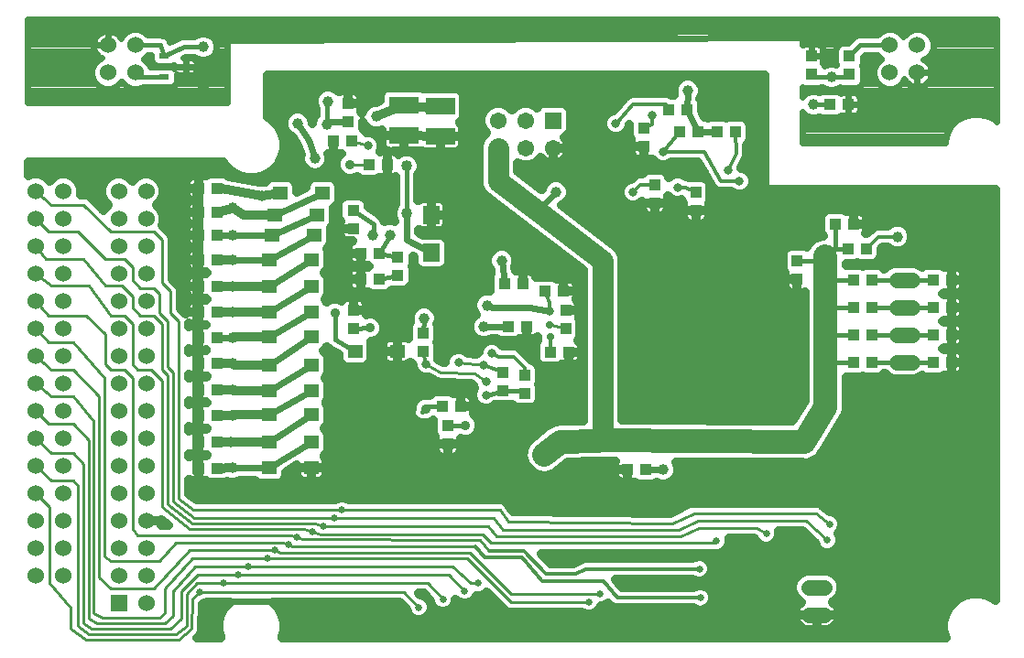
<source format=gbl>
G75*
G70*
%OFA0B0*%
%FSLAX24Y24*%
%IPPOS*%
%LPD*%
%AMOC8*
5,1,8,0,0,1.08239X$1,22.5*
%
%ADD10R,0.0433X0.0394*%
%ADD11R,0.0394X0.0433*%
%ADD12R,0.0551X0.0472*%
%ADD13C,0.0600*%
%ADD14C,0.0560*%
%ADD15R,0.0598X0.0661*%
%ADD16R,0.1063X0.0630*%
%ADD17R,0.0374X0.0189*%
%ADD18R,0.0608X0.0608*%
%ADD19C,0.0608*%
%ADD20R,0.0602X0.0602*%
%ADD21C,0.0602*%
%ADD22C,0.0240*%
%ADD23C,0.0396*%
%ADD24C,0.0317*%
%ADD25C,0.0100*%
%ADD26C,0.0120*%
%ADD27C,0.0160*%
%ADD28C,0.0278*%
%ADD29C,0.0400*%
%ADD30C,0.0320*%
%ADD31C,0.0357*%
%ADD32C,0.0531*%
%ADD33C,0.0475*%
%ADD34C,0.0709*%
%ADD35C,0.0860*%
%ADD36C,0.0436*%
%ADD37C,0.0760*%
%ADD38C,0.0260*%
%ADD39C,0.0260*%
D10*
X025927Y016631D03*
X026596Y016631D03*
X026577Y017580D03*
X025907Y017580D03*
X025927Y018553D03*
X026596Y018553D03*
X026596Y019498D03*
X025927Y019498D03*
X025927Y020452D03*
X026596Y020452D03*
X026596Y021387D03*
X025927Y021387D03*
X025927Y022304D03*
X026596Y022304D03*
X026596Y023264D03*
X025927Y023264D03*
X025927Y024230D03*
X026596Y024230D03*
X026596Y025123D03*
X025927Y025123D03*
X025927Y025950D03*
X026596Y025950D03*
X026596Y026816D03*
X025927Y026816D03*
X030823Y028549D03*
X031493Y028549D03*
X031349Y029241D03*
X031349Y029910D03*
X031539Y026030D03*
X031539Y025361D03*
X031819Y024460D03*
X032488Y024460D03*
X033169Y024314D03*
X033169Y023645D03*
X032484Y023509D03*
X031815Y023509D03*
X034086Y021543D03*
X034086Y020873D03*
X036975Y020121D03*
X036975Y019452D03*
X037775Y019352D03*
X037775Y020021D03*
X038710Y020860D03*
X039379Y020860D03*
X037846Y021796D03*
X037177Y021796D03*
X038526Y023075D03*
X039195Y023075D03*
X037725Y023352D03*
X037056Y023352D03*
X035446Y018892D03*
X034777Y018892D03*
X041531Y016580D03*
X042200Y016580D03*
X049084Y025519D03*
X049754Y025519D03*
X049545Y029887D03*
X048876Y029887D03*
X049599Y030973D03*
X049599Y031643D03*
D11*
X048218Y031643D03*
X048218Y030973D03*
X045467Y028868D03*
X044797Y028868D03*
X044103Y028883D03*
X043433Y028883D03*
X043703Y029689D03*
X043033Y029689D03*
X042107Y029019D03*
X042107Y028350D03*
X042519Y026961D03*
X042519Y026292D03*
X044019Y026009D03*
X044019Y026678D03*
X047701Y024177D03*
X047701Y023507D03*
X049740Y023487D03*
X050410Y023487D03*
X050410Y022487D03*
X049740Y022487D03*
X049740Y021487D03*
X050410Y021487D03*
X050410Y020487D03*
X049740Y020487D03*
X052640Y020487D03*
X053310Y020487D03*
X053310Y021487D03*
X052640Y021487D03*
X052640Y022487D03*
X053310Y022487D03*
X053310Y023487D03*
X052640Y023487D03*
X050232Y024632D03*
X049563Y024632D03*
X039284Y022370D03*
X039284Y021701D03*
X034984Y018177D03*
X034984Y017508D03*
X031556Y021717D03*
X031556Y022386D03*
X032113Y027694D03*
X032782Y027694D03*
D12*
X030421Y026648D03*
X030221Y025839D03*
X030121Y025127D03*
X030021Y024230D03*
X030021Y023264D03*
X030021Y022304D03*
X030021Y021430D03*
X031607Y020887D03*
X030021Y020391D03*
X030021Y019454D03*
X030021Y018568D03*
X030021Y017580D03*
X030021Y016639D03*
X028486Y016639D03*
X028486Y017580D03*
X028486Y018568D03*
X028486Y019454D03*
X028486Y020391D03*
X028486Y021430D03*
X028486Y022304D03*
X028486Y023264D03*
X028486Y024230D03*
X028586Y025127D03*
X028686Y025839D03*
X028886Y026648D03*
X033143Y020887D03*
D13*
X019990Y012713D03*
X020990Y012713D03*
X020990Y013713D03*
X019990Y013713D03*
X019990Y014713D03*
X020990Y014713D03*
X020990Y015713D03*
X019990Y015713D03*
X019990Y016713D03*
X020990Y016713D03*
X020990Y017713D03*
X019990Y017713D03*
X019990Y018713D03*
X020990Y018713D03*
X020990Y019713D03*
X019990Y019713D03*
X019990Y020713D03*
X020990Y020713D03*
X020990Y021713D03*
X019990Y021713D03*
X019990Y022713D03*
X020990Y022713D03*
X020990Y023713D03*
X019990Y023713D03*
X019990Y024713D03*
X020990Y024713D03*
X020990Y025713D03*
X019990Y025713D03*
X019990Y026713D03*
X020990Y026713D03*
X022607Y031040D03*
X023607Y031040D03*
X023607Y032040D03*
X022607Y032040D03*
X051067Y032040D03*
X052067Y032040D03*
X052067Y031040D03*
X051067Y031040D03*
D14*
X051313Y023488D02*
X051873Y023488D01*
X051873Y022488D02*
X051313Y022488D01*
X051313Y021488D02*
X051873Y021488D01*
X051873Y020488D02*
X051313Y020488D01*
X048695Y012287D02*
X048135Y012287D01*
X048135Y011287D02*
X048695Y011287D01*
D15*
X034388Y024469D03*
X034388Y025862D03*
D16*
X034716Y028718D03*
X033381Y028745D03*
X033381Y029848D03*
X034716Y029820D03*
D17*
X025440Y031261D03*
X024668Y030880D03*
X024668Y031643D03*
D18*
X038817Y029292D03*
D19*
X037817Y029292D03*
X037817Y028292D03*
X038817Y028292D03*
X036817Y028292D03*
X036817Y029292D03*
D20*
X023006Y011717D03*
D21*
X024006Y011717D03*
X024006Y012717D03*
X023006Y012717D03*
X023006Y013717D03*
X024006Y013717D03*
X024006Y014717D03*
X023006Y014717D03*
X023006Y015717D03*
X024006Y015717D03*
X024006Y016717D03*
X023006Y016717D03*
X023006Y017717D03*
X024006Y017717D03*
X024006Y018717D03*
X023006Y018717D03*
X023006Y019717D03*
X024006Y019717D03*
X024006Y020717D03*
X023006Y020717D03*
X023006Y021717D03*
X024006Y021717D03*
X024006Y022717D03*
X023006Y022717D03*
X023006Y023717D03*
X024006Y023717D03*
X024006Y024717D03*
X023006Y024717D03*
X023006Y025717D03*
X024006Y025717D03*
X024006Y026717D03*
X023006Y026717D03*
D22*
X026596Y025123D02*
X027146Y025127D01*
X028586Y025127D01*
X030221Y025839D01*
X030121Y025127D02*
X028486Y024230D01*
X027146Y024230D01*
X028486Y023264D02*
X030021Y024230D01*
X030021Y023264D02*
X028486Y022304D01*
X028486Y021430D02*
X030021Y022304D01*
X030021Y021430D02*
X028486Y020391D01*
X028486Y019454D02*
X030021Y020391D01*
X030021Y019454D02*
X028486Y018568D01*
X028486Y017580D02*
X030021Y018568D01*
X030021Y017580D02*
X028486Y016639D01*
X027146Y016639D01*
X026475Y011787D02*
X026375Y010787D01*
X026475Y011787D02*
X029475Y011787D01*
X042200Y016580D02*
X042831Y016580D01*
X037177Y021796D02*
X036297Y021787D01*
X036625Y022491D02*
X036416Y022562D01*
X036625Y022491D02*
X037954Y022491D01*
X038696Y022340D01*
X037056Y023352D02*
X036947Y024187D01*
X038324Y025953D02*
X038324Y026086D01*
X038925Y026687D01*
X034388Y024469D02*
X033496Y024944D01*
X033496Y025905D01*
X030421Y026648D02*
X028686Y025839D01*
X030150Y027912D02*
X029925Y028587D01*
X029525Y029187D01*
X030575Y029162D02*
X030729Y029241D01*
X031349Y029241D01*
X034638Y029720D02*
X034716Y029820D01*
X026958Y029965D02*
X026958Y032228D01*
X047890Y032328D01*
X047890Y032037D01*
X047936Y032064D01*
X047992Y032079D01*
X048218Y032079D01*
X048218Y031643D01*
X048218Y031643D01*
X048218Y032079D01*
X048444Y032079D01*
X048500Y032064D01*
X048550Y032035D01*
X048591Y031994D01*
X048620Y031944D01*
X048635Y031888D01*
X048635Y031643D01*
X048218Y031643D01*
X048218Y031643D01*
X048635Y031643D01*
X048635Y031397D01*
X048628Y031372D01*
X048652Y031348D01*
X048675Y031294D01*
X048846Y031365D01*
X049036Y031365D01*
X049128Y031326D01*
X049102Y031390D01*
X049102Y031895D01*
X049145Y031998D01*
X049223Y032077D01*
X049326Y032119D01*
X049566Y032119D01*
X049691Y032244D01*
X049792Y032345D01*
X049925Y032400D01*
X050607Y032400D01*
X050739Y032532D01*
X050952Y032620D01*
X051182Y032620D01*
X051396Y032532D01*
X051559Y032369D01*
X051567Y032349D01*
X051575Y032369D01*
X051739Y032532D01*
X051952Y032620D01*
X052182Y032620D01*
X052396Y032532D01*
X052559Y032369D01*
X052647Y032156D01*
X052647Y031925D01*
X052559Y031712D01*
X052396Y031548D01*
X052296Y031507D01*
X052340Y031485D01*
X052406Y031437D01*
X052464Y031379D01*
X052512Y031313D01*
X052549Y031240D01*
X052574Y031162D01*
X052587Y031081D01*
X052587Y031040D01*
X052067Y031040D01*
X052067Y031040D01*
X052067Y030520D01*
X052026Y030520D01*
X051945Y030533D01*
X051868Y030558D01*
X051795Y030595D01*
X051728Y030644D01*
X051670Y030701D01*
X051622Y030768D01*
X051600Y030811D01*
X051559Y030712D01*
X051396Y030548D01*
X051182Y030460D01*
X050952Y030460D01*
X050739Y030548D01*
X050575Y030712D01*
X050487Y030925D01*
X050487Y031156D01*
X050575Y031369D01*
X050739Y031532D01*
X050759Y031540D01*
X050739Y031548D01*
X050607Y031680D01*
X050145Y031680D01*
X050095Y031630D01*
X050095Y031390D01*
X050061Y031308D01*
X050095Y031226D01*
X050095Y030721D01*
X050053Y030618D01*
X049974Y030539D01*
X049871Y030496D01*
X049326Y030496D01*
X049256Y030526D01*
X049212Y030481D01*
X049036Y030409D01*
X048846Y030409D01*
X048670Y030481D01*
X048625Y030527D01*
X048581Y030527D01*
X048573Y030519D01*
X048470Y030477D01*
X047965Y030477D01*
X047890Y030508D01*
X047890Y030162D01*
X048020Y030292D01*
X048196Y030365D01*
X048386Y030365D01*
X048497Y030318D01*
X048501Y030322D01*
X048604Y030364D01*
X049148Y030364D01*
X049251Y030322D01*
X049275Y030298D01*
X049300Y030304D01*
X049545Y030304D01*
X049545Y029887D01*
X049545Y029887D01*
X049545Y029471D01*
X049300Y029471D01*
X049275Y029477D01*
X049251Y029453D01*
X049148Y029411D01*
X048604Y029411D01*
X048501Y029453D01*
X048499Y029455D01*
X048386Y029409D01*
X048196Y029409D01*
X048020Y029481D01*
X047890Y029611D01*
X047890Y028472D01*
X053074Y028472D01*
X053074Y028541D01*
X053152Y028831D01*
X053302Y029091D01*
X053514Y029303D01*
X053774Y029453D01*
X054064Y029531D01*
X054364Y029531D01*
X054654Y029453D01*
X054914Y029303D01*
X054954Y029263D01*
X054954Y032989D01*
X019695Y032989D01*
X019695Y029965D01*
X026958Y029965D01*
X026958Y030159D02*
X019695Y030159D01*
X019695Y030398D02*
X026958Y030398D01*
X026958Y030636D02*
X025096Y030636D01*
X025092Y030626D02*
X025135Y030729D01*
X025135Y030981D01*
X025168Y030962D01*
X025224Y030947D01*
X025440Y030947D01*
X025656Y030947D01*
X025711Y030962D01*
X025762Y030991D01*
X025803Y031032D01*
X025832Y031082D01*
X025847Y031138D01*
X025847Y031261D01*
X025440Y031261D01*
X025440Y031261D01*
X025440Y030947D01*
X025440Y031261D01*
X025440Y031261D01*
X025847Y031261D01*
X025847Y031385D01*
X025832Y031441D01*
X025803Y031491D01*
X025762Y031532D01*
X025711Y031561D01*
X025656Y031576D01*
X025440Y031576D01*
X025440Y031261D01*
X025440Y031261D01*
X025033Y031261D01*
X025033Y031192D01*
X025014Y031211D01*
X024911Y031254D01*
X024425Y031254D01*
X024396Y031242D01*
X024151Y031244D01*
X024099Y031369D01*
X023936Y031532D01*
X023916Y031540D01*
X023936Y031548D01*
X024068Y031680D01*
X024201Y031680D01*
X024201Y031493D01*
X024244Y031390D01*
X024322Y031311D01*
X024425Y031269D01*
X024911Y031269D01*
X025014Y031311D01*
X025033Y031330D01*
X025033Y031261D01*
X025440Y031261D01*
X025440Y031261D01*
X025440Y031576D01*
X025351Y031576D01*
X025455Y031627D01*
X025759Y031627D01*
X025804Y031581D01*
X025980Y031509D01*
X026170Y031509D01*
X026346Y031581D01*
X026480Y031716D01*
X026553Y031892D01*
X026553Y032082D01*
X026480Y032257D01*
X026346Y032392D01*
X026170Y032465D01*
X025980Y032465D01*
X025804Y032392D01*
X025759Y032347D01*
X025432Y032347D01*
X025421Y032350D01*
X025361Y032347D01*
X025300Y032347D01*
X025290Y032342D01*
X025278Y032342D01*
X025224Y032315D01*
X025168Y032292D01*
X025160Y032284D01*
X024864Y032140D01*
X024850Y032173D01*
X024827Y032236D01*
X024823Y032239D01*
X024821Y032244D01*
X024774Y032291D01*
X024728Y032340D01*
X024723Y032342D01*
X024720Y032345D01*
X024658Y032371D01*
X024597Y032398D01*
X024592Y032398D01*
X024588Y032400D01*
X024521Y032400D01*
X024454Y032402D01*
X024449Y032400D01*
X024068Y032400D01*
X023936Y032532D01*
X023723Y032620D01*
X023492Y032620D01*
X023279Y032532D01*
X023116Y032369D01*
X023074Y032269D01*
X023052Y032313D01*
X023004Y032379D01*
X022946Y032437D01*
X022880Y032485D01*
X022807Y032522D01*
X022729Y032547D01*
X022648Y032560D01*
X022607Y032560D01*
X022566Y032560D01*
X022486Y032547D01*
X022408Y032522D01*
X022335Y032485D01*
X022269Y032437D01*
X022211Y032379D01*
X022163Y032313D01*
X022125Y032240D01*
X022100Y032162D01*
X022087Y032081D01*
X022087Y032040D01*
X022087Y031999D01*
X022100Y031918D01*
X022125Y031841D01*
X022163Y031768D01*
X022211Y031701D01*
X022269Y031644D01*
X022335Y031595D01*
X022378Y031573D01*
X022279Y031532D01*
X022116Y031369D01*
X022027Y031156D01*
X022027Y030925D01*
X022116Y030712D01*
X022279Y030548D01*
X022492Y030460D01*
X022723Y030460D01*
X022936Y030548D01*
X023099Y030712D01*
X023107Y030732D01*
X023116Y030712D01*
X023279Y030548D01*
X023492Y030460D01*
X023723Y030460D01*
X023882Y030526D01*
X024384Y030522D01*
X024425Y030505D01*
X024911Y030505D01*
X025014Y030548D01*
X025092Y030626D01*
X025135Y030875D02*
X026958Y030875D01*
X026958Y031113D02*
X025840Y031113D01*
X025847Y031352D02*
X026958Y031352D01*
X026958Y031590D02*
X026355Y031590D01*
X026527Y031829D02*
X026958Y031829D01*
X026958Y032067D02*
X026553Y032067D01*
X026432Y032306D02*
X043301Y032306D01*
X043725Y030387D02*
X043703Y029689D01*
X044103Y028883D01*
X044797Y028868D01*
X047890Y028967D02*
X053231Y028967D01*
X053125Y028728D02*
X047890Y028728D01*
X047890Y028490D02*
X053074Y028490D01*
X053417Y029205D02*
X047890Y029205D01*
X047890Y029444D02*
X048111Y029444D01*
X048471Y029444D02*
X048524Y029444D01*
X049228Y029444D02*
X053758Y029444D01*
X054671Y029444D02*
X054954Y029444D01*
X054954Y029682D02*
X049982Y029682D01*
X049982Y029662D02*
X049982Y029887D01*
X049545Y029887D01*
X049545Y029471D01*
X049791Y029471D01*
X049847Y029486D01*
X049897Y029515D01*
X049938Y029555D01*
X049967Y029606D01*
X049982Y029662D01*
X049982Y029887D02*
X049982Y030113D01*
X049967Y030169D01*
X049938Y030219D01*
X049897Y030260D01*
X049847Y030289D01*
X049791Y030304D01*
X049545Y030304D01*
X049545Y029887D01*
X049545Y029887D01*
X049982Y029887D01*
X049982Y029921D02*
X054954Y029921D01*
X054954Y030159D02*
X049969Y030159D01*
X049545Y030159D02*
X049545Y030159D01*
X049545Y029921D02*
X049545Y029921D01*
X049545Y029887D02*
X049545Y029887D01*
X049545Y029682D02*
X049545Y029682D01*
X050060Y030636D02*
X050651Y030636D01*
X050508Y030875D02*
X050095Y030875D01*
X050095Y031113D02*
X050487Y031113D01*
X050568Y031352D02*
X050079Y031352D01*
X050095Y031590D02*
X050697Y031590D01*
X050768Y032544D02*
X023906Y032544D01*
X023308Y032544D02*
X022739Y032544D01*
X022607Y032544D02*
X022607Y032544D01*
X022607Y032560D02*
X022607Y032040D01*
X022087Y032040D01*
X022607Y032040D01*
X022607Y032040D01*
X022607Y032040D01*
X022607Y032560D01*
X022476Y032544D02*
X019695Y032544D01*
X019695Y032306D02*
X022159Y032306D01*
X022087Y032067D02*
X019695Y032067D01*
X019695Y031829D02*
X022131Y031829D01*
X022345Y031590D02*
X019695Y031590D01*
X019695Y031352D02*
X022109Y031352D01*
X022027Y031113D02*
X019695Y031113D01*
X019695Y030875D02*
X022048Y030875D01*
X022191Y030636D02*
X019695Y030636D01*
X019695Y032783D02*
X054954Y032783D01*
X054954Y032544D02*
X052366Y032544D01*
X052585Y032306D02*
X054954Y032306D01*
X054954Y032067D02*
X052647Y032067D01*
X052607Y031829D02*
X054954Y031829D01*
X054954Y031590D02*
X052437Y031590D01*
X052484Y031352D02*
X054954Y031352D01*
X054954Y031113D02*
X052582Y031113D01*
X052587Y031040D02*
X052067Y031040D01*
X052067Y030520D01*
X052108Y030520D01*
X052189Y030533D01*
X052267Y030558D01*
X052340Y030595D01*
X052406Y030644D01*
X052464Y030701D01*
X052512Y030768D01*
X052549Y030841D01*
X052574Y030918D01*
X052587Y030999D01*
X052587Y031040D01*
X052560Y030875D02*
X054954Y030875D01*
X054954Y030636D02*
X052396Y030636D01*
X052067Y030636D02*
X052067Y030636D01*
X052067Y030875D02*
X052067Y030875D01*
X052067Y031040D02*
X052067Y031040D01*
X051739Y030636D02*
X051483Y030636D01*
X049753Y032306D02*
X047890Y032306D01*
X047890Y032067D02*
X047948Y032067D01*
X048218Y032067D02*
X048218Y032067D01*
X048218Y031829D02*
X048218Y031829D01*
X048488Y032067D02*
X049214Y032067D01*
X049102Y031829D02*
X048635Y031829D01*
X048635Y031590D02*
X049102Y031590D01*
X049118Y031352D02*
X049067Y031352D01*
X048814Y031352D02*
X048649Y031352D01*
X047890Y030398D02*
X054954Y030398D01*
X051768Y032544D02*
X051366Y032544D01*
X027146Y021387D02*
X026596Y021387D01*
X023191Y030636D02*
X023024Y030636D01*
X024106Y031352D02*
X024282Y031352D01*
X024201Y031590D02*
X023978Y031590D01*
X023089Y032306D02*
X023056Y032306D01*
X022607Y032306D02*
X022607Y032306D01*
X022607Y032067D02*
X022607Y032067D01*
X024760Y032306D02*
X025201Y032306D01*
X025380Y031590D02*
X025795Y031590D01*
X025440Y031352D02*
X025440Y031352D01*
X025440Y031113D02*
X025440Y031113D01*
D23*
X026075Y031987D03*
X026075Y030487D03*
X029525Y029187D03*
X030575Y029162D03*
X030625Y029987D03*
X032371Y029433D03*
X030150Y027912D03*
X028230Y026548D03*
X027146Y026115D03*
X027146Y025127D03*
X027146Y024230D03*
X027146Y023264D03*
X027146Y022308D03*
X027146Y021387D03*
X027146Y020452D03*
X027146Y019498D03*
X027146Y018553D03*
X027088Y017580D03*
X027146Y016639D03*
X034125Y022087D03*
X036297Y021787D03*
X036416Y022562D03*
X036947Y024187D03*
X038925Y026687D03*
X042887Y024550D03*
X045387Y023850D03*
X045981Y020517D03*
X041650Y018942D03*
X042831Y016580D03*
X050225Y015987D03*
X052350Y024987D03*
X051350Y025062D03*
X048291Y029887D03*
X048941Y030887D03*
X043725Y030387D03*
X032901Y025131D03*
X032268Y025106D03*
X031025Y022862D03*
D24*
X034186Y020423D03*
X035375Y020487D03*
X036275Y020387D03*
X036590Y020817D03*
X036389Y019788D03*
X036375Y019287D03*
X038696Y022340D03*
X041725Y026687D03*
X043352Y026865D03*
X042828Y028153D03*
X041494Y028127D03*
X041100Y029184D03*
X042419Y029488D03*
X045175Y027487D03*
X045600Y027087D03*
X048525Y021587D03*
X047925Y017585D03*
X048125Y016387D03*
X047596Y014258D03*
X041991Y012446D03*
X054175Y021987D03*
X032071Y028376D03*
D25*
X031493Y028549D01*
X031424Y027684D02*
X032113Y027694D01*
X024884Y023076D02*
X024884Y022288D01*
X025181Y021991D01*
X025181Y015502D01*
X025718Y015111D01*
X031128Y015111D01*
X036875Y015112D01*
X037175Y014687D01*
X043166Y014611D01*
X043942Y014995D01*
X048375Y014987D01*
X048871Y014595D01*
X048792Y014011D02*
X048036Y014711D01*
X046147Y014720D01*
X044079Y014720D01*
X043402Y014375D01*
X036998Y014375D01*
X036650Y014812D01*
X030840Y014817D01*
X025768Y014817D01*
X024984Y015405D01*
X024984Y020121D01*
X024785Y020320D01*
X024785Y021993D01*
X024490Y022288D01*
X024490Y022977D01*
X024293Y023174D01*
X023801Y023174D01*
X023506Y023469D01*
X023506Y023961D01*
X023210Y024257D01*
X022521Y024257D01*
X021537Y025241D01*
X020455Y025241D01*
X019990Y025713D01*
X020553Y026225D02*
X021734Y026225D01*
X022718Y025241D01*
X024296Y025241D01*
X024590Y024944D01*
X024590Y023369D01*
X024884Y023076D01*
X024293Y022190D02*
X023801Y022190D01*
X023506Y022485D01*
X023506Y022879D01*
X023112Y023272D01*
X022521Y023272D01*
X021734Y024257D01*
X020356Y024257D01*
X019990Y024713D01*
X019990Y023713D02*
X020553Y023272D01*
X021931Y023272D01*
X022718Y022190D01*
X023210Y022190D01*
X023506Y021894D01*
X023506Y020418D01*
X023703Y020221D01*
X024195Y020221D01*
X024590Y019826D01*
X024590Y015213D01*
X025577Y014424D01*
X029770Y014424D01*
X030066Y014325D01*
X030362Y014227D01*
X036269Y014227D01*
X036565Y013902D01*
X044676Y013902D01*
X044714Y013925D01*
X044765Y013975D01*
X044121Y014447D02*
X043438Y014139D01*
X036766Y014139D01*
X036469Y014522D01*
X030453Y014522D01*
X030159Y014620D01*
X025673Y014620D01*
X024787Y015308D01*
X024787Y020023D01*
X024588Y020221D01*
X024588Y021894D01*
X024293Y022190D01*
X022521Y021501D02*
X022521Y020418D01*
X022718Y020221D01*
X023210Y020221D01*
X023506Y019926D01*
X023506Y014414D01*
X023703Y014192D01*
X029293Y014192D01*
X029481Y014128D01*
X029478Y014128D01*
X029699Y014033D01*
X036149Y014030D01*
X036480Y013630D01*
X035998Y013794D02*
X029329Y013794D01*
X029191Y013833D01*
X028995Y013931D01*
X025077Y013931D01*
X024481Y013233D01*
X022718Y013233D01*
X022496Y013430D01*
X022496Y019926D01*
X021340Y021206D01*
X020455Y021206D01*
X019990Y021713D01*
X020455Y022190D02*
X021832Y022190D01*
X022521Y021501D01*
X021340Y020221D02*
X020553Y020221D01*
X019990Y020713D01*
X019990Y019713D02*
X020553Y019237D01*
X021340Y019237D01*
X022103Y018351D01*
X022103Y011361D01*
X022421Y011168D01*
X024490Y011168D01*
X024681Y011358D01*
X024681Y012246D01*
X025673Y013338D01*
X028219Y013338D01*
X028416Y013339D01*
X028992Y013341D01*
X035677Y013341D01*
X037276Y011755D01*
X040122Y011761D01*
X040516Y012057D02*
X037273Y012052D01*
X035774Y013538D01*
X028900Y013538D01*
X028703Y013636D01*
X028308Y013635D01*
X025574Y013635D01*
X024288Y012249D01*
X022718Y012249D01*
X022300Y012643D01*
X022300Y019237D01*
X021340Y020221D01*
X019990Y018713D02*
X020455Y018253D01*
X021340Y018253D01*
X021906Y017662D01*
X021906Y011165D01*
X022225Y010971D01*
X024687Y010971D01*
X024977Y011261D01*
X024977Y012149D01*
X025771Y013043D01*
X027729Y013043D01*
X035145Y013044D01*
X035804Y012444D01*
X036088Y012446D01*
X035596Y012150D02*
X035006Y012747D01*
X027341Y012747D01*
X025871Y012747D01*
X025274Y012150D01*
X025274Y011165D01*
X024884Y010774D01*
X022028Y010774D01*
X021709Y010968D01*
X021709Y016776D01*
X021340Y017170D01*
X020553Y017170D01*
X019990Y017713D01*
X019990Y016713D02*
X020555Y016184D01*
X021342Y016184D01*
X021512Y015989D01*
X021512Y010871D01*
X021931Y010577D01*
X025081Y010577D01*
X025471Y010868D01*
X025471Y012052D01*
X025858Y012452D01*
X026826Y012456D01*
X034270Y012452D01*
X034809Y011852D01*
X033923Y011558D02*
X033383Y012108D01*
X025966Y012132D01*
X025675Y011887D01*
X025666Y010769D01*
X025177Y010380D01*
X021834Y010380D01*
X021240Y010774D01*
X021240Y011560D01*
X020480Y012446D01*
X020480Y015202D01*
X019990Y015713D01*
X020455Y022190D02*
X019990Y022713D01*
X020553Y026225D02*
X019990Y026713D01*
X034186Y020423D02*
X034712Y020129D01*
X035942Y020093D01*
X036389Y019788D01*
X036275Y020387D02*
X035375Y020487D01*
X038702Y021843D02*
X038749Y021833D01*
X039284Y021701D01*
X048525Y021587D02*
X048734Y021478D01*
X046225Y014437D02*
X044121Y014447D01*
X046225Y014437D02*
X046573Y014247D01*
X041123Y029184D02*
X041100Y029184D01*
D26*
X041123Y029184D02*
X041725Y029887D01*
X042935Y029887D01*
X043033Y029689D01*
X042419Y029488D02*
X042419Y029143D01*
X042107Y029019D01*
X042828Y028153D02*
X044325Y028156D01*
X044925Y027087D01*
X045600Y027087D01*
X045175Y027487D02*
X045489Y028087D01*
X045467Y028868D01*
X043433Y028883D02*
X043168Y028553D01*
X042828Y028153D01*
X042519Y026961D02*
X042000Y026961D01*
X041725Y026687D01*
X043352Y026865D02*
X043608Y026861D01*
X044019Y026678D01*
X038526Y023075D02*
X038697Y022643D01*
X038696Y022340D01*
X038706Y021411D02*
X038710Y020860D01*
X037775Y020287D02*
X037375Y020687D01*
X036821Y020687D01*
X036590Y020817D01*
X036275Y020387D02*
X036740Y020221D01*
X036975Y020121D01*
X037775Y020021D02*
X037775Y020287D01*
X037675Y019452D02*
X037775Y019352D01*
X036410Y019287D02*
X036375Y019287D01*
X034186Y020423D02*
X034086Y020873D01*
X035998Y013794D02*
X036330Y013387D01*
X037675Y013387D01*
X038429Y012506D01*
X040655Y012506D01*
X041147Y011914D01*
X044174Y011914D01*
X044144Y012957D02*
X040025Y012957D01*
X039632Y012780D01*
X038565Y012780D01*
X037766Y013630D01*
X036480Y013630D01*
X050232Y024632D02*
X050662Y025062D01*
X051350Y025062D01*
D27*
X049563Y024632D02*
X049147Y024632D01*
X049084Y024695D01*
X048734Y024344D01*
X048566Y024177D01*
X047701Y024177D01*
X048734Y023487D02*
X049740Y023487D01*
X050410Y023487D02*
X051591Y023487D01*
X051593Y023488D01*
X051594Y023487D01*
X052640Y023487D01*
X052640Y022487D02*
X051594Y022487D01*
X051593Y022488D01*
X051591Y022487D01*
X050410Y022487D01*
X049740Y022487D02*
X048734Y022487D01*
X048734Y021478D02*
X049732Y021478D01*
X049740Y021487D01*
X050410Y021487D02*
X051591Y021487D01*
X051593Y021488D01*
X051594Y021487D01*
X052640Y021487D01*
X052640Y020487D02*
X051594Y020487D01*
X051593Y020488D01*
X051591Y020487D01*
X050410Y020487D01*
X049740Y020487D02*
X048734Y020487D01*
X048734Y020387D01*
X048203Y017888D02*
X048028Y017888D01*
X047925Y017585D01*
X037675Y019452D02*
X036975Y019452D01*
X036410Y019287D01*
X035625Y018187D02*
X035566Y018177D01*
X034984Y018177D01*
X034777Y018892D02*
X034281Y018892D01*
X034175Y018787D01*
X034061Y018673D01*
X031607Y020887D02*
X030875Y021319D01*
X030875Y022287D01*
X031556Y021717D02*
X032153Y021746D01*
X034086Y021543D02*
X034125Y022087D01*
X033169Y023645D02*
X032484Y023509D01*
X032488Y024460D02*
X032901Y025131D01*
X032268Y025106D02*
X032279Y025529D01*
X031539Y026030D01*
X033496Y025905D02*
X033496Y027637D01*
X030575Y029162D02*
X030575Y029837D01*
X030625Y029987D01*
X026175Y030487D02*
X026075Y030487D01*
X024668Y030880D02*
X023760Y030887D01*
X023607Y031040D01*
X024668Y031643D02*
X025372Y031987D01*
X026075Y031987D01*
X024668Y031643D02*
X024516Y032040D01*
X023607Y032040D01*
X032488Y024460D02*
X033169Y024314D01*
X048291Y029887D02*
X048291Y029887D01*
X048876Y029887D01*
X048941Y030887D02*
X048305Y030887D01*
X048218Y030973D01*
X048941Y030887D02*
X049512Y030887D01*
X049599Y030973D01*
X049655Y031587D02*
X049599Y031643D01*
X049996Y032040D01*
X051067Y032040D01*
X049084Y025519D02*
X049084Y024695D01*
D28*
X038702Y021843D03*
X038706Y021411D03*
D29*
X033496Y025905D03*
X034519Y027007D03*
X034519Y027637D03*
X035219Y027637D03*
X035794Y027632D03*
X035519Y026457D03*
X033496Y027637D03*
X031467Y026850D03*
D30*
X031523Y027186D02*
X031688Y027254D01*
X031735Y027207D01*
X031853Y027158D01*
X032374Y027158D01*
X032491Y027207D01*
X032512Y027227D01*
X032560Y027218D01*
X032782Y027218D01*
X032782Y027694D01*
X032782Y027694D01*
X032782Y027218D01*
X033005Y027218D01*
X033055Y027228D01*
X033096Y027245D01*
X033096Y026240D01*
X033055Y026199D01*
X032976Y026008D01*
X032976Y025801D01*
X033046Y025632D01*
X033004Y025650D01*
X032798Y025650D01*
X032680Y025601D01*
X032665Y025640D01*
X032656Y025683D01*
X032636Y025713D01*
X032623Y025747D01*
X032593Y025779D01*
X032569Y025816D01*
X032538Y025836D01*
X032513Y025863D01*
X032473Y025880D01*
X032076Y026150D01*
X032076Y026290D01*
X032027Y026408D01*
X031937Y026498D01*
X031819Y026547D01*
X031259Y026547D01*
X031141Y026498D01*
X031051Y026408D01*
X031003Y026290D01*
X031003Y025769D01*
X031051Y025652D01*
X031072Y025631D01*
X031063Y025583D01*
X031063Y025361D01*
X031539Y025361D01*
X031539Y025361D01*
X031063Y025361D01*
X031063Y025138D01*
X031073Y025088D01*
X031092Y025041D01*
X031121Y024998D01*
X031157Y024962D01*
X031199Y024933D01*
X031247Y024914D01*
X031297Y024904D01*
X031519Y024904D01*
X031479Y024887D01*
X031436Y024859D01*
X031400Y024822D01*
X031372Y024780D01*
X031352Y024733D01*
X031342Y024682D01*
X031342Y024460D01*
X031819Y024460D01*
X031819Y024003D01*
X032061Y024003D01*
X032076Y024006D01*
X032090Y023992D01*
X032105Y023985D01*
X032086Y023978D01*
X032072Y023963D01*
X032057Y023966D01*
X031815Y023966D01*
X031815Y023509D01*
X031815Y023053D01*
X032057Y023053D01*
X032072Y023056D01*
X032086Y023041D01*
X032204Y022993D01*
X032764Y022993D01*
X032882Y023041D01*
X032969Y023128D01*
X033449Y023128D01*
X033567Y023177D01*
X033657Y023267D01*
X033706Y023384D01*
X033706Y023905D01*
X033675Y023980D01*
X033706Y024054D01*
X033706Y024334D01*
X033769Y024300D01*
X033769Y024074D01*
X033817Y023957D01*
X033908Y023867D01*
X034025Y023818D01*
X034751Y023818D01*
X034868Y023867D01*
X034958Y023957D01*
X035007Y024074D01*
X035007Y024863D01*
X034958Y024980D01*
X034868Y025070D01*
X034751Y025119D01*
X034103Y025119D01*
X033936Y025208D01*
X033936Y025321D01*
X033966Y025301D01*
X034013Y025281D01*
X034063Y025271D01*
X034388Y025271D01*
X034713Y025271D01*
X034763Y025281D01*
X034810Y025301D01*
X034853Y025330D01*
X034889Y025366D01*
X034918Y025408D01*
X034937Y025456D01*
X034947Y025506D01*
X034947Y025862D01*
X034388Y025862D01*
X034388Y025271D01*
X034388Y025862D01*
X034388Y025862D01*
X034388Y025862D01*
X034947Y025862D01*
X034947Y026219D01*
X034937Y026269D01*
X034918Y026316D01*
X034889Y026359D01*
X034853Y026395D01*
X034810Y026423D01*
X034763Y026443D01*
X034713Y026453D01*
X034388Y026453D01*
X034388Y025862D01*
X034388Y026453D01*
X034063Y026453D01*
X034013Y026443D01*
X033966Y026423D01*
X033923Y026395D01*
X033896Y026368D01*
X033896Y027302D01*
X033937Y027342D01*
X034016Y027534D01*
X034016Y027740D01*
X033937Y027932D01*
X033790Y028078D01*
X033599Y028157D01*
X033392Y028157D01*
X033201Y028078D01*
X033189Y028065D01*
X033181Y028077D01*
X033145Y028113D01*
X033102Y028141D01*
X033055Y028161D01*
X033008Y028170D01*
X033381Y028170D01*
X033381Y028745D01*
X033381Y028745D01*
X032590Y028745D01*
X032590Y028405D01*
X032600Y028354D01*
X032619Y028307D01*
X032648Y028265D01*
X032684Y028228D01*
X032727Y028200D01*
X032774Y028180D01*
X032821Y028171D01*
X032782Y028171D01*
X032560Y028171D01*
X032512Y028161D01*
X032504Y028169D01*
X032550Y028280D01*
X032550Y028471D01*
X032477Y028647D01*
X032343Y028781D01*
X032167Y028854D01*
X032011Y028854D01*
X031981Y028927D01*
X031891Y029017D01*
X031886Y029019D01*
X031886Y029251D01*
X031932Y029139D01*
X032078Y028994D01*
X032268Y028915D01*
X032475Y028915D01*
X032590Y028963D01*
X032590Y028745D01*
X033381Y028745D01*
X033381Y028745D01*
X033381Y028170D01*
X033938Y028170D01*
X033989Y028180D01*
X034027Y028196D01*
X034062Y028173D01*
X034109Y028153D01*
X034159Y028143D01*
X034716Y028143D01*
X034716Y028718D01*
X034716Y028718D01*
X033381Y028745D01*
X033381Y028678D02*
X033381Y028678D01*
X033381Y028360D02*
X033381Y028360D01*
X033827Y028041D02*
X036117Y028041D01*
X036117Y027723D02*
X034016Y027723D01*
X033962Y027404D02*
X036117Y027404D01*
X036117Y027184D02*
X036105Y027137D01*
X036117Y027046D01*
X036117Y026955D01*
X036136Y026910D01*
X036143Y026861D01*
X036189Y026782D01*
X036224Y026698D01*
X036259Y026663D01*
X036284Y026621D01*
X036356Y026565D01*
X036421Y026501D01*
X036466Y026482D01*
X037900Y025397D01*
X039925Y023842D01*
X039925Y018362D01*
X039104Y018335D01*
X039009Y018345D01*
X038956Y018330D01*
X038901Y018328D01*
X038814Y018289D01*
X038723Y018262D01*
X038680Y018227D01*
X038630Y018205D01*
X038564Y018135D01*
X037912Y017612D01*
X037768Y017350D01*
X037736Y017054D01*
X037819Y016767D01*
X038006Y016535D01*
X038267Y016391D01*
X038564Y016358D01*
X038850Y016442D01*
X039350Y016842D01*
X040293Y016874D01*
X040579Y016883D01*
X041076Y016880D01*
X041064Y016852D01*
X041054Y016802D01*
X041054Y016580D01*
X041531Y016580D01*
X041531Y016580D01*
X041054Y016580D01*
X041054Y016357D01*
X041064Y016307D01*
X041084Y016260D01*
X041112Y016217D01*
X041149Y016181D01*
X041191Y016152D01*
X041239Y016133D01*
X041289Y016123D01*
X041531Y016123D01*
X041773Y016123D01*
X041788Y016126D01*
X041802Y016111D01*
X041920Y016063D01*
X042480Y016063D01*
X042598Y016111D01*
X042601Y016114D01*
X042728Y016061D01*
X042934Y016061D01*
X043125Y016140D01*
X043271Y016286D01*
X043349Y016476D01*
X043349Y016683D01*
X043274Y016866D01*
X047879Y016835D01*
X047980Y016819D01*
X048015Y016828D01*
X048052Y016826D01*
X048159Y016863D01*
X048270Y016889D01*
X048299Y016911D01*
X048334Y016922D01*
X048419Y016998D01*
X048511Y017065D01*
X048530Y017096D01*
X048558Y017120D01*
X048608Y017222D01*
X049327Y018397D01*
X049369Y018440D01*
X049404Y018523D01*
X049451Y018600D01*
X049461Y018660D01*
X049484Y018715D01*
X049484Y018806D01*
X049498Y018895D01*
X049484Y018954D01*
X049484Y019950D01*
X050001Y019950D01*
X050075Y019981D01*
X050149Y019950D01*
X050670Y019950D01*
X050788Y019999D01*
X050871Y020082D01*
X050973Y019980D01*
X051193Y019888D01*
X051992Y019888D01*
X052213Y019980D01*
X052247Y020014D01*
X052262Y019999D01*
X052380Y019950D01*
X052901Y019950D01*
X053018Y019999D01*
X053039Y020020D01*
X053087Y020010D01*
X053310Y020010D01*
X053532Y020010D01*
X053582Y020020D01*
X053630Y020040D01*
X053672Y020068D01*
X053708Y020104D01*
X053737Y020147D01*
X053757Y020194D01*
X053766Y020244D01*
X053766Y020487D01*
X053766Y020729D01*
X053757Y020779D01*
X053737Y020826D01*
X053708Y020869D01*
X053672Y020905D01*
X053630Y020934D01*
X053582Y020953D01*
X053532Y020963D01*
X053310Y020963D01*
X053310Y020487D01*
X053310Y020487D01*
X053766Y020487D01*
X053310Y020487D01*
X053310Y020487D01*
X053310Y020963D01*
X053087Y020963D01*
X053039Y020954D01*
X053018Y020974D01*
X052989Y020987D01*
X053018Y020999D01*
X053039Y021020D01*
X053087Y021010D01*
X053310Y021010D01*
X053532Y021010D01*
X053582Y021020D01*
X053630Y021040D01*
X053672Y021068D01*
X053708Y021104D01*
X053737Y021147D01*
X053757Y021194D01*
X053766Y021244D01*
X053766Y021487D01*
X053766Y021729D01*
X053757Y021779D01*
X053737Y021826D01*
X053708Y021869D01*
X053672Y021905D01*
X053630Y021934D01*
X053582Y021953D01*
X053532Y021963D01*
X053310Y021963D01*
X053310Y021487D01*
X053310Y021487D01*
X053766Y021487D01*
X053310Y021487D01*
X053310Y021487D01*
X053310Y021963D01*
X053087Y021963D01*
X053039Y021954D01*
X053018Y021974D01*
X052989Y021987D01*
X053018Y021999D01*
X053039Y022020D01*
X053087Y022010D01*
X053310Y022010D01*
X053532Y022010D01*
X053582Y022020D01*
X053630Y022040D01*
X053672Y022068D01*
X053708Y022104D01*
X053737Y022147D01*
X053757Y022194D01*
X053766Y022244D01*
X053766Y022487D01*
X053766Y022729D01*
X053757Y022779D01*
X053737Y022826D01*
X053708Y022869D01*
X053672Y022905D01*
X053630Y022934D01*
X053582Y022953D01*
X053532Y022963D01*
X053310Y022963D01*
X053310Y022487D01*
X053310Y022487D01*
X053766Y022487D01*
X053310Y022487D01*
X053310Y022487D01*
X053310Y022963D01*
X053087Y022963D01*
X053039Y022954D01*
X053018Y022974D01*
X052989Y022987D01*
X053018Y022999D01*
X053039Y023020D01*
X053087Y023010D01*
X053310Y023010D01*
X053532Y023010D01*
X053582Y023020D01*
X053630Y023040D01*
X053672Y023068D01*
X053708Y023104D01*
X053737Y023147D01*
X053757Y023194D01*
X053766Y023244D01*
X053766Y023487D01*
X053766Y023729D01*
X053757Y023779D01*
X053737Y023826D01*
X053708Y023869D01*
X053672Y023905D01*
X053630Y023934D01*
X053582Y023953D01*
X053532Y023963D01*
X053310Y023963D01*
X053310Y023487D01*
X053310Y023487D01*
X053766Y023487D01*
X053310Y023487D01*
X053310Y023487D01*
X053310Y023963D01*
X053087Y023963D01*
X053039Y023954D01*
X053018Y023974D01*
X052901Y024023D01*
X052380Y024023D01*
X052262Y023974D01*
X052249Y023961D01*
X052213Y023997D01*
X051992Y024088D01*
X051193Y024088D01*
X050973Y023997D01*
X050869Y023893D01*
X050788Y023974D01*
X050670Y024023D01*
X050149Y024023D01*
X050075Y023992D01*
X050001Y024023D01*
X049484Y024023D01*
X049484Y024096D01*
X049824Y024096D01*
X049898Y024126D01*
X049972Y024096D01*
X050493Y024096D01*
X050611Y024144D01*
X050701Y024234D01*
X050749Y024352D01*
X050749Y024612D01*
X050819Y024682D01*
X050997Y024682D01*
X051057Y024622D01*
X051247Y024544D01*
X051453Y024544D01*
X051643Y024622D01*
X051789Y024768D01*
X051868Y024959D01*
X051868Y025165D01*
X051789Y025355D01*
X051643Y025501D01*
X051453Y025580D01*
X051247Y025580D01*
X051057Y025501D01*
X050997Y025442D01*
X050586Y025442D01*
X050447Y025384D01*
X050340Y025277D01*
X050340Y025277D01*
X050232Y025169D01*
X050180Y025169D01*
X050201Y025199D01*
X050220Y025247D01*
X050230Y025297D01*
X050230Y025519D01*
X049754Y025519D01*
X049754Y025519D01*
X050230Y025519D01*
X050230Y025742D01*
X050220Y025792D01*
X050201Y025839D01*
X050172Y025882D01*
X050136Y025918D01*
X050093Y025947D01*
X050046Y025966D01*
X049996Y025976D01*
X049754Y025976D01*
X049754Y025519D01*
X049754Y025519D01*
X049754Y025976D01*
X049512Y025976D01*
X049497Y025973D01*
X049482Y025987D01*
X049365Y026036D01*
X048804Y026036D01*
X048687Y025987D01*
X048597Y025897D01*
X048548Y025780D01*
X048548Y025259D01*
X048597Y025141D01*
X048644Y025094D01*
X048584Y025094D01*
X048309Y024980D01*
X048098Y024769D01*
X048058Y024673D01*
X047961Y024713D01*
X047440Y024713D01*
X047323Y024665D01*
X047233Y024575D01*
X047184Y024457D01*
X047184Y023897D01*
X047233Y023779D01*
X047247Y023765D01*
X047244Y023750D01*
X047244Y023507D01*
X047244Y023265D01*
X047254Y023215D01*
X047274Y023168D01*
X047302Y023125D01*
X047338Y023089D01*
X047381Y023061D01*
X047428Y023041D01*
X047479Y023031D01*
X047701Y023031D01*
X047923Y023031D01*
X047974Y023041D01*
X047984Y023045D01*
X047984Y019076D01*
X047532Y018338D01*
X041325Y018378D01*
X041325Y024094D01*
X041337Y024140D01*
X041325Y024232D01*
X041325Y024326D01*
X041307Y024369D01*
X041301Y024416D01*
X041254Y024497D01*
X041218Y024583D01*
X041185Y024616D01*
X041162Y024657D01*
X041088Y024714D01*
X041022Y024780D01*
X040978Y024798D01*
X039135Y026213D01*
X039218Y026247D01*
X039364Y026393D01*
X039443Y026584D01*
X039443Y026790D01*
X039364Y026980D01*
X039218Y027126D01*
X039028Y027205D01*
X038822Y027205D01*
X038632Y027126D01*
X038486Y026980D01*
X038408Y026792D01*
X038394Y026778D01*
X037517Y027442D01*
X037517Y027741D01*
X037693Y027668D01*
X037941Y027668D01*
X038171Y027763D01*
X038346Y027939D01*
X038357Y027965D01*
X038387Y027925D01*
X038450Y027862D01*
X038521Y027810D01*
X038601Y027769D01*
X038685Y027742D01*
X038773Y027728D01*
X038817Y027728D01*
X038817Y028292D01*
X038817Y028292D01*
X038817Y027728D01*
X038862Y027728D01*
X038949Y027742D01*
X039034Y027769D01*
X039113Y027810D01*
X039185Y027862D01*
X039247Y027925D01*
X039300Y027996D01*
X039340Y028076D01*
X039367Y028160D01*
X039381Y028248D01*
X039381Y028292D01*
X038817Y028292D01*
X038817Y028292D01*
X039381Y028292D01*
X039381Y028337D01*
X039367Y028424D01*
X039340Y028509D01*
X039300Y028588D01*
X039247Y028660D01*
X039223Y028684D01*
X039303Y028717D01*
X039393Y028807D01*
X039441Y028924D01*
X039441Y029660D01*
X039393Y029778D01*
X039303Y029868D01*
X039185Y029916D01*
X038449Y029916D01*
X038332Y029868D01*
X038242Y029778D01*
X038234Y029758D01*
X038171Y029821D01*
X037941Y029916D01*
X037693Y029916D01*
X037464Y029821D01*
X037317Y029675D01*
X037171Y029821D01*
X036941Y029916D01*
X036693Y029916D01*
X036464Y029821D01*
X036288Y029646D01*
X036193Y029416D01*
X036193Y029168D01*
X036288Y028939D01*
X036381Y028846D01*
X036224Y028689D01*
X036117Y028431D01*
X036117Y027184D01*
X036112Y027086D02*
X033896Y027086D01*
X033896Y026767D02*
X036195Y026767D01*
X036510Y026449D02*
X034734Y026449D01*
X034388Y026449D02*
X034388Y026449D01*
X034388Y026130D02*
X034388Y026130D01*
X034388Y025862D02*
X034388Y025862D01*
X034388Y025812D02*
X034388Y025812D01*
X034388Y025493D02*
X034388Y025493D01*
X033999Y025175D02*
X038189Y025175D01*
X038604Y024856D02*
X035007Y024856D01*
X035007Y024538D02*
X036565Y024538D01*
X036508Y024480D02*
X036429Y024290D01*
X036429Y024084D01*
X036508Y023893D01*
X036547Y023854D01*
X036564Y023720D01*
X036520Y023612D01*
X036520Y023091D01*
X036526Y023077D01*
X036519Y023080D01*
X036313Y023080D01*
X036122Y023001D01*
X035977Y022855D01*
X035898Y022665D01*
X035898Y022459D01*
X035977Y022268D01*
X036014Y022230D01*
X036004Y022226D01*
X035858Y022080D01*
X035779Y021890D01*
X035779Y021684D01*
X035858Y021493D01*
X036004Y021347D01*
X036194Y021269D01*
X036400Y021269D01*
X036591Y021347D01*
X036593Y021350D01*
X036755Y021351D01*
X036779Y021328D01*
X036897Y021279D01*
X037457Y021279D01*
X037575Y021328D01*
X037589Y021342D01*
X037604Y021339D01*
X037846Y021339D01*
X037846Y021796D01*
X037846Y021796D01*
X037846Y021339D01*
X038088Y021339D01*
X038139Y021349D01*
X038186Y021368D01*
X038229Y021397D01*
X038247Y021416D01*
X038247Y021320D01*
X038264Y021280D01*
X038222Y021238D01*
X038173Y021121D01*
X038173Y020600D01*
X038222Y020482D01*
X038312Y020392D01*
X038429Y020343D01*
X038990Y020343D01*
X039107Y020392D01*
X039122Y020406D01*
X039137Y020403D01*
X039379Y020403D01*
X039621Y020403D01*
X039671Y020413D01*
X039719Y020433D01*
X039761Y020461D01*
X039797Y020498D01*
X039826Y020540D01*
X039845Y020588D01*
X039855Y020638D01*
X039855Y020860D01*
X039379Y020860D01*
X039379Y020403D01*
X039379Y020860D01*
X039379Y020860D01*
X039379Y020860D01*
X039855Y020860D01*
X039855Y021083D01*
X039845Y021133D01*
X039826Y021180D01*
X039797Y021223D01*
X039761Y021259D01*
X039730Y021280D01*
X039753Y021303D01*
X039801Y021421D01*
X039801Y021981D01*
X039753Y022099D01*
X039738Y022113D01*
X039741Y022128D01*
X039741Y022370D01*
X039284Y022370D01*
X039284Y022370D01*
X039741Y022370D01*
X039741Y022612D01*
X039731Y022662D01*
X039712Y022710D01*
X039683Y022752D01*
X039654Y022782D01*
X039662Y022802D01*
X039672Y022852D01*
X039672Y023075D01*
X039672Y023297D01*
X039662Y023347D01*
X039642Y023395D01*
X039614Y023437D01*
X039578Y023474D01*
X039535Y023502D01*
X039488Y023522D01*
X039438Y023532D01*
X039195Y023532D01*
X038953Y023532D01*
X038938Y023529D01*
X038924Y023543D01*
X038806Y023592D01*
X038246Y023592D01*
X038202Y023573D01*
X038202Y023574D01*
X038192Y023625D01*
X038172Y023672D01*
X038144Y023715D01*
X038108Y023751D01*
X038065Y023779D01*
X038018Y023799D01*
X037968Y023809D01*
X037725Y023809D01*
X037483Y023809D01*
X037468Y023806D01*
X037454Y023820D01*
X037438Y023827D01*
X037419Y023972D01*
X037465Y024084D01*
X037465Y024290D01*
X037386Y024480D01*
X037241Y024626D01*
X037050Y024705D01*
X036844Y024705D01*
X036654Y024626D01*
X036508Y024480D01*
X036429Y024219D02*
X035007Y024219D01*
X034903Y023901D02*
X036505Y023901D01*
X036520Y023582D02*
X033706Y023582D01*
X033706Y023901D02*
X033873Y023901D01*
X033769Y024219D02*
X033706Y024219D01*
X033654Y023264D02*
X036520Y023264D01*
X036067Y022945D02*
X030609Y022945D01*
X030617Y022965D02*
X030617Y023564D01*
X030568Y023682D01*
X030503Y023747D01*
X030568Y023812D01*
X030617Y023930D01*
X030617Y024530D01*
X030579Y024620D01*
X030668Y024709D01*
X030717Y024827D01*
X030717Y025370D01*
X030768Y025421D01*
X030817Y025539D01*
X030817Y026115D01*
X030878Y026141D01*
X030968Y026231D01*
X031017Y026348D01*
X031017Y026948D01*
X030968Y027066D01*
X030878Y027156D01*
X030761Y027204D01*
X030082Y027204D01*
X029965Y027156D01*
X029875Y027066D01*
X029826Y026948D01*
X029826Y026856D01*
X029482Y026695D01*
X029482Y026948D01*
X029433Y027066D01*
X029343Y027156D01*
X029225Y027204D01*
X028547Y027204D01*
X028429Y027156D01*
X028339Y027066D01*
X028338Y027064D01*
X028333Y027066D01*
X028127Y027066D01*
X028108Y027058D01*
X027022Y027256D01*
X026994Y027284D01*
X026876Y027333D01*
X026316Y027333D01*
X026198Y027284D01*
X026184Y027270D01*
X026169Y027273D01*
X025927Y027273D01*
X025685Y027273D01*
X025635Y027263D01*
X025587Y027243D01*
X025545Y027215D01*
X025508Y027178D01*
X025480Y027136D01*
X025460Y027088D01*
X025450Y027038D01*
X025450Y026816D01*
X025927Y026816D01*
X025927Y026816D01*
X025927Y027273D01*
X025927Y026816D01*
X025927Y026816D01*
X025450Y026816D01*
X025450Y026593D01*
X025460Y026543D01*
X025480Y026496D01*
X025508Y026453D01*
X025545Y026417D01*
X025587Y026388D01*
X025601Y026383D01*
X025587Y026377D01*
X025545Y026348D01*
X025508Y026312D01*
X025480Y026270D01*
X025460Y026222D01*
X025450Y026172D01*
X025450Y025950D01*
X025927Y025950D01*
X025927Y025950D01*
X025927Y026406D01*
X025927Y026816D01*
X025927Y026816D01*
X025927Y025950D01*
X025927Y025950D01*
X025450Y025950D01*
X025450Y025727D01*
X025460Y025677D01*
X025480Y025630D01*
X025508Y025587D01*
X025545Y025551D01*
X025567Y025536D01*
X025545Y025522D01*
X025508Y025485D01*
X025480Y025443D01*
X025460Y025396D01*
X025450Y025345D01*
X025450Y025123D01*
X025927Y025123D01*
X025927Y025123D01*
X025927Y025493D01*
X025927Y025493D01*
X025927Y025950D01*
X025927Y025950D01*
X025927Y025123D01*
X025927Y025123D01*
X025450Y025123D01*
X025450Y024900D01*
X025460Y024850D01*
X025480Y024803D01*
X025508Y024760D01*
X025545Y024724D01*
X025587Y024696D01*
X025634Y024676D01*
X025587Y024657D01*
X025545Y024629D01*
X025508Y024592D01*
X025480Y024550D01*
X025460Y024502D01*
X025450Y024452D01*
X025450Y024230D01*
X025927Y024230D01*
X025927Y024230D01*
X025927Y024666D01*
X025927Y025123D01*
X025927Y025123D01*
X025927Y024230D01*
X025927Y024230D01*
X025450Y024230D01*
X025450Y024007D01*
X025460Y023957D01*
X025480Y023910D01*
X025508Y023867D01*
X025545Y023831D01*
X025587Y023803D01*
X025635Y023783D01*
X025685Y023773D01*
X025927Y023773D01*
X026169Y023773D01*
X026184Y023776D01*
X026198Y023762D01*
X026234Y023747D01*
X026198Y023733D01*
X026184Y023718D01*
X026169Y023721D01*
X025927Y023721D01*
X025927Y023264D01*
X025927Y023264D01*
X025927Y022808D01*
X026169Y022808D01*
X026184Y022811D01*
X026198Y022796D01*
X026228Y022784D01*
X026198Y022772D01*
X026184Y022758D01*
X026169Y022761D01*
X025927Y022761D01*
X025685Y022761D01*
X025635Y022751D01*
X025587Y022731D01*
X025545Y022703D01*
X025508Y022667D01*
X025480Y022624D01*
X025460Y022577D01*
X025450Y022526D01*
X025450Y022304D01*
X025927Y022304D01*
X025927Y022304D01*
X025927Y022761D01*
X025927Y022304D01*
X025927Y022304D01*
X025927Y021847D01*
X026169Y021847D01*
X026184Y021850D01*
X026189Y021845D01*
X026184Y021840D01*
X026169Y021843D01*
X025927Y021843D01*
X025927Y021387D01*
X025927Y021387D01*
X025927Y021843D01*
X025685Y021843D01*
X025635Y021833D01*
X025587Y021814D01*
X025551Y021789D01*
X025551Y021901D01*
X025587Y021877D01*
X025635Y021857D01*
X025685Y021847D01*
X025927Y021847D01*
X025927Y022304D01*
X025927Y022304D01*
X025450Y022304D01*
X025450Y022245D01*
X025390Y022305D01*
X025254Y022441D01*
X025254Y023149D01*
X025197Y023285D01*
X025093Y023389D01*
X024960Y023523D01*
X024960Y024943D01*
X024960Y025016D01*
X024960Y025017D01*
X024960Y025018D01*
X024932Y025085D01*
X024905Y025152D01*
X024904Y025153D01*
X024904Y025154D01*
X024852Y025205D01*
X024610Y025450D01*
X024610Y025451D01*
X024580Y025480D01*
X024627Y025594D01*
X024627Y025841D01*
X024532Y026069D01*
X024384Y026217D01*
X024532Y026365D01*
X024627Y026594D01*
X024627Y026841D01*
X024532Y027069D01*
X024358Y027244D01*
X024129Y027339D01*
X023882Y027339D01*
X023654Y027244D01*
X023506Y027096D01*
X023358Y027244D01*
X023129Y027339D01*
X022882Y027339D01*
X022654Y027244D01*
X022479Y027069D01*
X022385Y026841D01*
X022385Y026594D01*
X022479Y026365D01*
X022627Y026217D01*
X022479Y026069D01*
X022460Y026023D01*
X021944Y026539D01*
X021808Y026595D01*
X021610Y026595D01*
X021610Y026837D01*
X021516Y027065D01*
X021341Y027239D01*
X021113Y027333D01*
X020867Y027333D01*
X020639Y027239D01*
X020490Y027090D01*
X020341Y027239D01*
X020113Y027333D01*
X019867Y027333D01*
X019735Y027279D01*
X019735Y027794D01*
X026818Y027794D01*
X026892Y027666D01*
X027112Y027446D01*
X027381Y027291D01*
X027681Y027210D01*
X027992Y027210D01*
X028292Y027291D01*
X028561Y027446D01*
X028781Y027666D01*
X028936Y027935D01*
X029016Y028235D01*
X029016Y028546D01*
X028936Y028846D01*
X028781Y029115D01*
X028561Y029335D01*
X028424Y029414D01*
X028424Y030950D01*
X046537Y030950D01*
X046537Y026797D01*
X054914Y026797D01*
X054914Y011829D01*
X054670Y011971D01*
X054370Y012051D01*
X054059Y012051D01*
X053759Y011971D01*
X053490Y011815D01*
X053270Y011595D01*
X053115Y011326D01*
X053034Y011026D01*
X053034Y010716D01*
X053106Y010447D01*
X028944Y010447D01*
X029016Y010716D01*
X029016Y011026D01*
X028936Y011326D01*
X028781Y011595D01*
X028623Y011753D01*
X033227Y011739D01*
X033473Y011488D01*
X033473Y011469D01*
X033542Y011303D01*
X033668Y011177D01*
X033834Y011108D01*
X034013Y011108D01*
X034178Y011177D01*
X034305Y011303D01*
X034373Y011469D01*
X034373Y011648D01*
X034305Y011813D01*
X034178Y011940D01*
X034013Y012008D01*
X034000Y012008D01*
X033927Y012082D01*
X034105Y012082D01*
X034359Y011799D01*
X034359Y011762D01*
X034427Y011597D01*
X034554Y011470D01*
X034719Y011402D01*
X034898Y011402D01*
X035064Y011470D01*
X035190Y011597D01*
X035259Y011762D01*
X035259Y011851D01*
X035341Y011769D01*
X035507Y011700D01*
X035686Y011700D01*
X035851Y011769D01*
X035978Y011895D01*
X036019Y011996D01*
X036178Y011996D01*
X036343Y012064D01*
X036391Y012112D01*
X037015Y011492D01*
X037067Y011441D01*
X037067Y011441D01*
X037067Y011441D01*
X037135Y011413D01*
X037203Y011385D01*
X037203Y011385D01*
X037204Y011385D01*
X037277Y011385D01*
X039856Y011391D01*
X039867Y011380D01*
X040033Y011311D01*
X040212Y011311D01*
X040377Y011380D01*
X040504Y011507D01*
X040545Y011607D01*
X040605Y011607D01*
X040771Y011675D01*
X040815Y011719D01*
X040818Y011716D01*
X040825Y011699D01*
X040866Y011658D01*
X040904Y011613D01*
X040919Y011605D01*
X040932Y011592D01*
X040986Y011570D01*
X041037Y011543D01*
X041055Y011541D01*
X041072Y011534D01*
X041130Y011534D01*
X041188Y011529D01*
X041205Y011534D01*
X043918Y011534D01*
X043919Y011533D01*
X044085Y011464D01*
X044264Y011464D01*
X044429Y011533D01*
X044556Y011659D01*
X044624Y011825D01*
X044624Y012004D01*
X044556Y012169D01*
X044429Y012296D01*
X044264Y012364D01*
X044085Y012364D01*
X043919Y012296D01*
X043918Y012294D01*
X041326Y012294D01*
X041090Y012577D01*
X043888Y012577D01*
X043889Y012576D01*
X044055Y012507D01*
X044234Y012507D01*
X044399Y012576D01*
X044526Y012703D01*
X044594Y012868D01*
X044594Y013047D01*
X044526Y013212D01*
X044399Y013339D01*
X044234Y013407D01*
X044055Y013407D01*
X043889Y013339D01*
X043888Y013337D01*
X040095Y013337D01*
X040089Y013340D01*
X040020Y013337D01*
X039950Y013337D01*
X039944Y013335D01*
X039938Y013335D01*
X039875Y013306D01*
X039810Y013280D01*
X039806Y013275D01*
X039550Y013160D01*
X038729Y013160D01*
X038379Y013532D01*
X044631Y013532D01*
X044658Y013526D01*
X044669Y013527D01*
X044675Y013525D01*
X044854Y013525D01*
X045020Y013593D01*
X045146Y013720D01*
X045215Y013885D01*
X045215Y014064D01*
X045212Y014072D01*
X046130Y014067D01*
X046170Y014045D01*
X046192Y013992D01*
X046319Y013866D01*
X046484Y013797D01*
X046663Y013797D01*
X046828Y013866D01*
X046955Y013992D01*
X047023Y014158D01*
X047023Y014337D01*
X047020Y014346D01*
X047890Y014342D01*
X048342Y013923D01*
X048342Y013922D01*
X048411Y013756D01*
X048537Y013630D01*
X048703Y013561D01*
X048882Y013561D01*
X049047Y013630D01*
X049174Y013756D01*
X049242Y013922D01*
X049242Y014101D01*
X049175Y014263D01*
X049253Y014340D01*
X049321Y014506D01*
X049321Y014685D01*
X049253Y014850D01*
X049126Y014977D01*
X048961Y015045D01*
X048898Y015045D01*
X048622Y015263D01*
X048585Y015300D01*
X048564Y015309D01*
X048546Y015323D01*
X048497Y015337D01*
X048449Y015356D01*
X048427Y015357D01*
X048405Y015363D01*
X048354Y015357D01*
X044003Y015365D01*
X043991Y015369D01*
X043930Y015365D01*
X043869Y015365D01*
X043857Y015360D01*
X043844Y015360D01*
X043790Y015333D01*
X043733Y015309D01*
X043724Y015300D01*
X043082Y014982D01*
X037368Y015054D01*
X037201Y015291D01*
X037189Y015321D01*
X037159Y015351D01*
X037135Y015385D01*
X037107Y015402D01*
X037085Y015425D01*
X037046Y015441D01*
X037010Y015464D01*
X036978Y015469D01*
X036949Y015482D01*
X036907Y015482D01*
X036865Y015489D01*
X036834Y015482D01*
X031394Y015481D01*
X031383Y015493D01*
X031217Y015561D01*
X031038Y015561D01*
X030873Y015493D01*
X030861Y015481D01*
X025838Y015481D01*
X025551Y015690D01*
X025551Y016228D01*
X025587Y016203D01*
X025635Y016184D01*
X025685Y016174D01*
X025927Y016174D01*
X026169Y016174D01*
X026184Y016177D01*
X026198Y016163D01*
X026316Y016114D01*
X026876Y016114D01*
X026968Y016152D01*
X027043Y016120D01*
X027249Y016120D01*
X027437Y016199D01*
X027962Y016199D01*
X028029Y016131D01*
X028147Y016082D01*
X028825Y016082D01*
X028943Y016131D01*
X029033Y016221D01*
X029082Y016339D01*
X029082Y016488D01*
X029486Y016735D01*
X029486Y016639D01*
X030021Y016639D01*
X030021Y016639D01*
X029486Y016639D01*
X029486Y016377D01*
X029496Y016327D01*
X029515Y016279D01*
X029544Y016237D01*
X029580Y016200D01*
X029623Y016172D01*
X029670Y016152D01*
X029720Y016142D01*
X030021Y016142D01*
X030021Y016639D01*
X030021Y016639D01*
X030557Y016639D01*
X030557Y016900D01*
X030547Y016951D01*
X030527Y016998D01*
X030499Y017041D01*
X030471Y017069D01*
X030478Y017072D01*
X030568Y017162D01*
X030617Y017280D01*
X030617Y017879D01*
X030568Y017997D01*
X030492Y018074D01*
X030568Y018150D01*
X030617Y018268D01*
X030617Y018868D01*
X030568Y018985D01*
X030543Y019011D01*
X030568Y019036D01*
X030617Y019154D01*
X030617Y019753D01*
X030568Y019871D01*
X030517Y019922D01*
X030568Y019973D01*
X030617Y020091D01*
X030617Y020690D01*
X030568Y020808D01*
X030478Y020898D01*
X030449Y020910D01*
X030478Y020922D01*
X030568Y021012D01*
X030581Y021044D01*
X030603Y021015D01*
X030628Y021000D01*
X030648Y020980D01*
X030696Y020960D01*
X031012Y020774D01*
X031012Y020587D01*
X031060Y020469D01*
X031150Y020379D01*
X031268Y020330D01*
X031947Y020330D01*
X032064Y020379D01*
X032154Y020469D01*
X032203Y020587D01*
X032203Y021186D01*
X032178Y021247D01*
X032252Y021247D01*
X032435Y021323D01*
X032575Y021463D01*
X032651Y021647D01*
X032651Y021845D01*
X032575Y022028D01*
X032435Y022168D01*
X032252Y022244D01*
X032053Y022244D01*
X032013Y022227D01*
X032013Y022386D01*
X032013Y022628D01*
X032003Y022678D01*
X031984Y022726D01*
X031955Y022768D01*
X031919Y022804D01*
X031877Y022833D01*
X031829Y022852D01*
X031779Y022862D01*
X031557Y022862D01*
X031557Y022386D01*
X032013Y022386D01*
X031557Y022386D01*
X031557Y022386D01*
X031556Y022386D01*
X031556Y022862D01*
X031334Y022862D01*
X031284Y022852D01*
X031236Y022833D01*
X031194Y022804D01*
X031158Y022768D01*
X031129Y022726D01*
X031128Y022721D01*
X030974Y022785D01*
X030776Y022785D01*
X030593Y022709D01*
X030579Y022696D01*
X030568Y022721D01*
X030506Y022784D01*
X030568Y022847D01*
X030617Y022965D01*
X030617Y023264D02*
X031343Y023264D01*
X031338Y023287D02*
X031348Y023237D01*
X031368Y023189D01*
X031396Y023147D01*
X031432Y023111D01*
X031475Y023082D01*
X031522Y023063D01*
X031573Y023053D01*
X031815Y023053D01*
X031815Y023509D01*
X031815Y023509D01*
X031338Y023509D01*
X031338Y023287D01*
X031338Y023509D02*
X031815Y023509D01*
X031815Y023509D01*
X031815Y023509D01*
X031815Y023966D01*
X031573Y023966D01*
X031522Y023956D01*
X031475Y023937D01*
X031432Y023908D01*
X031396Y023872D01*
X031368Y023829D01*
X031348Y023782D01*
X031338Y023732D01*
X031338Y023509D01*
X031338Y023582D02*
X030610Y023582D01*
X030605Y023901D02*
X031425Y023901D01*
X031479Y024033D02*
X031526Y024013D01*
X031577Y024003D01*
X031819Y024003D01*
X031819Y024460D01*
X031819Y024460D01*
X031819Y024460D01*
X031342Y024460D01*
X031342Y024237D01*
X031352Y024187D01*
X031372Y024140D01*
X031400Y024097D01*
X031436Y024061D01*
X031479Y024033D01*
X031346Y024219D02*
X030617Y024219D01*
X030614Y024538D02*
X031342Y024538D01*
X031434Y024856D02*
X030717Y024856D01*
X030717Y025175D02*
X031063Y025175D01*
X031063Y025493D02*
X030798Y025493D01*
X030817Y025812D02*
X031003Y025812D01*
X031003Y026130D02*
X030853Y026130D01*
X031017Y026449D02*
X031092Y026449D01*
X031017Y026767D02*
X033096Y026767D01*
X033096Y026449D02*
X031986Y026449D01*
X032105Y026130D02*
X033026Y026130D01*
X032976Y025812D02*
X032571Y025812D01*
X033896Y026449D02*
X034042Y026449D01*
X034947Y026130D02*
X036931Y026130D01*
X037352Y025812D02*
X034947Y025812D01*
X034945Y025493D02*
X037772Y025493D01*
X037329Y024538D02*
X039018Y024538D01*
X039433Y024219D02*
X037465Y024219D01*
X037428Y023901D02*
X039848Y023901D01*
X039925Y023582D02*
X038829Y023582D01*
X039195Y023532D02*
X039195Y023075D01*
X039195Y023075D01*
X039195Y023532D01*
X039195Y023264D02*
X039195Y023264D01*
X039195Y023075D02*
X039672Y023075D01*
X039195Y023075D01*
X039195Y023075D01*
X039672Y022945D02*
X039925Y022945D01*
X039925Y022627D02*
X039738Y022627D01*
X039741Y022308D02*
X039925Y022308D01*
X039925Y021990D02*
X039798Y021990D01*
X039801Y021671D02*
X039925Y021671D01*
X039925Y021353D02*
X039773Y021353D01*
X039855Y021034D02*
X039925Y021034D01*
X039925Y020716D02*
X039855Y020716D01*
X039925Y020397D02*
X039112Y020397D01*
X039379Y020716D02*
X039379Y020716D01*
X039925Y020079D02*
X038312Y020079D01*
X038312Y020282D02*
X038263Y020399D01*
X038173Y020489D01*
X038065Y020534D01*
X037697Y020902D01*
X037590Y021009D01*
X037451Y021067D01*
X037005Y021067D01*
X036996Y021088D01*
X036861Y021223D01*
X036685Y021296D01*
X036495Y021296D01*
X036319Y021223D01*
X036184Y021088D01*
X036111Y020913D01*
X036111Y020837D01*
X036004Y020792D01*
X036001Y020789D01*
X035718Y020821D01*
X035646Y020892D01*
X035470Y020965D01*
X035280Y020965D01*
X035104Y020892D01*
X034969Y020758D01*
X034896Y020582D01*
X034896Y020494D01*
X034813Y020496D01*
X034632Y020598D01*
X034622Y020621D01*
X034622Y021134D01*
X034591Y021208D01*
X034622Y021282D01*
X034622Y021803D01*
X034595Y021868D01*
X034643Y021984D01*
X034643Y022190D01*
X034564Y022380D01*
X034418Y022526D01*
X034228Y022605D01*
X034022Y022605D01*
X033832Y022526D01*
X033686Y022380D01*
X033607Y022190D01*
X033607Y021984D01*
X033623Y021945D01*
X033598Y021921D01*
X033549Y021803D01*
X033549Y021348D01*
X033541Y021353D01*
X033494Y021373D01*
X033444Y021383D01*
X033143Y021383D01*
X033143Y020887D01*
X033143Y020887D01*
X033143Y021383D01*
X032842Y021383D01*
X032791Y021373D01*
X032744Y021353D01*
X032701Y021325D01*
X032665Y021289D01*
X032637Y021246D01*
X032617Y021199D01*
X032607Y021148D01*
X032607Y020887D01*
X033143Y020887D01*
X033143Y020887D01*
X033143Y020390D01*
X033444Y020390D01*
X033494Y020400D01*
X033541Y020420D01*
X033584Y020448D01*
X033614Y020479D01*
X033688Y020405D01*
X033707Y020397D01*
X033478Y020397D01*
X033707Y020397D02*
X033707Y020328D01*
X033780Y020152D01*
X033915Y020017D01*
X034091Y019944D01*
X034281Y019944D01*
X034283Y019945D01*
X034481Y019834D01*
X034493Y019822D01*
X034545Y019798D01*
X034595Y019770D01*
X034612Y019768D01*
X034627Y019761D01*
X034685Y019760D01*
X034742Y019753D01*
X034758Y019758D01*
X035823Y019726D01*
X035925Y019657D01*
X035968Y019554D01*
X035896Y019382D01*
X035896Y019205D01*
X035893Y019212D01*
X035865Y019255D01*
X035829Y019291D01*
X035786Y019319D01*
X035739Y019339D01*
X035688Y019349D01*
X035446Y019349D01*
X035204Y019349D01*
X035189Y019346D01*
X035175Y019360D01*
X035057Y019409D01*
X034497Y019409D01*
X034379Y019360D01*
X034311Y019292D01*
X034201Y019292D01*
X034184Y019285D01*
X034076Y019285D01*
X033893Y019209D01*
X033752Y019069D01*
X033677Y018886D01*
X033677Y018789D01*
X033661Y018752D01*
X033661Y018593D01*
X033722Y018446D01*
X033835Y018334D01*
X033982Y018273D01*
X034141Y018273D01*
X034178Y018288D01*
X034274Y018288D01*
X034457Y018364D01*
X034467Y018374D01*
X034467Y017897D01*
X034516Y017779D01*
X034530Y017765D01*
X034527Y017750D01*
X034527Y017508D01*
X034984Y017508D01*
X034984Y017508D01*
X035441Y017508D01*
X035441Y017723D01*
X035526Y017688D01*
X035724Y017688D01*
X035907Y017764D01*
X036048Y017904D01*
X036123Y018087D01*
X036123Y018286D01*
X036048Y018469D01*
X035908Y018608D01*
X035913Y018619D01*
X035923Y018670D01*
X035923Y018892D01*
X035446Y018892D01*
X035446Y019349D01*
X035446Y018892D01*
X035446Y018892D01*
X035446Y018892D01*
X035923Y018892D01*
X035923Y019115D01*
X035918Y019139D01*
X035969Y019015D01*
X036104Y018881D01*
X036280Y018808D01*
X036470Y018808D01*
X036646Y018881D01*
X036701Y018935D01*
X037255Y018935D01*
X037305Y018956D01*
X037377Y018884D01*
X037495Y018835D01*
X038055Y018835D01*
X038173Y018884D01*
X038263Y018974D01*
X038312Y019091D01*
X038312Y019612D01*
X038281Y019687D01*
X038312Y019761D01*
X038312Y020282D01*
X038307Y020397D02*
X038264Y020397D01*
X038173Y020716D02*
X037883Y020716D01*
X038173Y021034D02*
X037529Y021034D01*
X037846Y021353D02*
X037846Y021353D01*
X038148Y021353D02*
X038247Y021353D01*
X037846Y021671D02*
X037846Y021671D01*
X036162Y021034D02*
X034622Y021034D01*
X034622Y020716D02*
X034952Y020716D01*
X033853Y020079D02*
X030612Y020079D01*
X030617Y020397D02*
X031132Y020397D01*
X031012Y020716D02*
X030607Y020716D01*
X030589Y021034D02*
X030577Y021034D01*
X032203Y021034D02*
X032607Y021034D01*
X032607Y020887D02*
X032607Y020625D01*
X032617Y020575D01*
X032637Y020527D01*
X032665Y020485D01*
X032701Y020448D01*
X032744Y020420D01*
X032791Y020400D01*
X032842Y020390D01*
X033143Y020390D01*
X033143Y020887D01*
X033143Y020887D01*
X032607Y020887D01*
X032607Y020716D02*
X032203Y020716D01*
X032082Y020397D02*
X032808Y020397D01*
X033143Y020397D02*
X033143Y020397D01*
X033143Y020716D02*
X033143Y020716D01*
X033143Y021034D02*
X033143Y021034D01*
X033143Y021353D02*
X033143Y021353D01*
X033542Y021353D02*
X033549Y021353D01*
X033549Y021671D02*
X032651Y021671D01*
X032591Y021990D02*
X033607Y021990D01*
X033656Y022308D02*
X032013Y022308D01*
X032013Y022627D02*
X035898Y022627D01*
X035960Y022308D02*
X034594Y022308D01*
X034643Y021990D02*
X035820Y021990D01*
X035784Y021671D02*
X034622Y021671D01*
X034622Y021353D02*
X035998Y021353D01*
X034673Y019760D02*
X030614Y019760D01*
X030617Y019442D02*
X035921Y019442D01*
X035921Y019123D02*
X035925Y019123D01*
X035923Y018805D02*
X039925Y018805D01*
X039925Y019123D02*
X038312Y019123D01*
X038312Y019442D02*
X039925Y019442D01*
X039925Y019760D02*
X038311Y019760D01*
X038595Y018168D02*
X036123Y018168D01*
X036030Y018486D02*
X039925Y018486D01*
X041325Y018486D02*
X047623Y018486D01*
X047818Y018805D02*
X041325Y018805D01*
X041325Y019123D02*
X047984Y019123D01*
X047984Y019442D02*
X041325Y019442D01*
X041325Y019760D02*
X047984Y019760D01*
X047984Y020079D02*
X041325Y020079D01*
X041325Y020397D02*
X047984Y020397D01*
X047984Y020716D02*
X041325Y020716D01*
X041325Y021034D02*
X047984Y021034D01*
X047984Y021353D02*
X041325Y021353D01*
X041325Y021671D02*
X047984Y021671D01*
X047984Y021990D02*
X041325Y021990D01*
X041325Y022308D02*
X047984Y022308D01*
X047984Y022627D02*
X041325Y022627D01*
X041325Y022945D02*
X047984Y022945D01*
X047701Y023031D02*
X047701Y023507D01*
X047701Y023507D01*
X047701Y023031D01*
X047701Y023264D02*
X047701Y023264D01*
X047701Y023507D02*
X047244Y023507D01*
X047701Y023507D01*
X047701Y023507D01*
X047244Y023582D02*
X041325Y023582D01*
X041325Y023264D02*
X047244Y023264D01*
X047184Y023901D02*
X041325Y023901D01*
X041327Y024219D02*
X047184Y024219D01*
X047218Y024538D02*
X041237Y024538D01*
X040902Y024856D02*
X048185Y024856D01*
X048583Y025175D02*
X040488Y025175D01*
X040073Y025493D02*
X048548Y025493D01*
X048561Y025812D02*
X044476Y025812D01*
X044476Y025767D02*
X044476Y026009D01*
X044476Y026251D01*
X044473Y026266D01*
X044487Y026280D01*
X044536Y026398D01*
X044536Y026958D01*
X044487Y027076D01*
X044397Y027166D01*
X044280Y027214D01*
X043759Y027214D01*
X043753Y027212D01*
X043693Y027239D01*
X043691Y027239D01*
X043689Y027240D01*
X043654Y027240D01*
X043623Y027271D01*
X043447Y027344D01*
X043257Y027344D01*
X043081Y027271D01*
X043036Y027225D01*
X043036Y027242D01*
X042987Y027359D01*
X042897Y027449D01*
X042779Y027498D01*
X042258Y027498D01*
X042141Y027449D01*
X042051Y027359D01*
X042043Y027341D01*
X041924Y027341D01*
X041785Y027284D01*
X041666Y027165D01*
X041630Y027165D01*
X041454Y027092D01*
X041319Y026958D01*
X041246Y026782D01*
X041246Y026591D01*
X041319Y026415D01*
X041454Y026281D01*
X041630Y026208D01*
X041820Y026208D01*
X041996Y026281D01*
X042062Y026346D01*
X042062Y026292D01*
X042062Y026050D01*
X042072Y026000D01*
X042091Y025952D01*
X042120Y025910D01*
X042156Y025874D01*
X042199Y025845D01*
X042246Y025826D01*
X042296Y025816D01*
X042519Y025816D01*
X042741Y025816D01*
X042791Y025826D01*
X042839Y025845D01*
X042881Y025874D01*
X042918Y025910D01*
X042946Y025952D01*
X042966Y026000D01*
X042976Y026050D01*
X042976Y026292D01*
X042519Y026292D01*
X042519Y026292D01*
X042976Y026292D01*
X042976Y026534D01*
X042973Y026549D01*
X042982Y026558D01*
X043081Y026459D01*
X043257Y026386D01*
X043447Y026386D01*
X043502Y026409D01*
X043502Y026398D01*
X043551Y026280D01*
X043565Y026266D01*
X043562Y026251D01*
X043562Y026009D01*
X044019Y026009D01*
X044019Y026009D01*
X044476Y026009D01*
X044019Y026009D01*
X044019Y026009D01*
X043562Y026009D01*
X043562Y025767D01*
X043572Y025716D01*
X043592Y025669D01*
X043620Y025626D01*
X043657Y025590D01*
X043699Y025562D01*
X043746Y025542D01*
X043797Y025532D01*
X044019Y025532D01*
X044019Y026009D01*
X044019Y026009D01*
X044019Y025532D01*
X044242Y025532D01*
X044292Y025542D01*
X044339Y025562D01*
X044382Y025590D01*
X044418Y025626D01*
X044446Y025669D01*
X044466Y025716D01*
X044476Y025767D01*
X044476Y026130D02*
X054914Y026130D01*
X054914Y025812D02*
X050212Y025812D01*
X050230Y025493D02*
X051049Y025493D01*
X051651Y025493D02*
X054914Y025493D01*
X054914Y025175D02*
X051864Y025175D01*
X051826Y024856D02*
X054914Y024856D01*
X054914Y024538D02*
X050749Y024538D01*
X050685Y024219D02*
X054914Y024219D01*
X054914Y023901D02*
X053677Y023901D01*
X053766Y023582D02*
X054914Y023582D01*
X054914Y023264D02*
X053766Y023264D01*
X053602Y022945D02*
X054914Y022945D01*
X054914Y022627D02*
X053766Y022627D01*
X053766Y022308D02*
X054914Y022308D01*
X054914Y021990D02*
X052996Y021990D01*
X053310Y022010D02*
X053310Y022487D01*
X053310Y022010D01*
X053310Y022308D02*
X053310Y022308D01*
X053310Y022487D02*
X053310Y022487D01*
X053310Y022627D02*
X053310Y022627D01*
X053310Y022945D02*
X053310Y022945D01*
X053310Y023010D02*
X053310Y023487D01*
X053310Y023487D01*
X053310Y023010D01*
X053310Y023264D02*
X053310Y023264D01*
X053310Y023582D02*
X053310Y023582D01*
X053310Y023901D02*
X053310Y023901D01*
X050877Y023901D02*
X050862Y023901D01*
X050237Y025175D02*
X050184Y025175D01*
X049754Y025812D02*
X049754Y025812D01*
X046537Y027086D02*
X046079Y027086D01*
X046079Y026991D02*
X046079Y027182D01*
X046006Y027358D01*
X045871Y027492D01*
X045695Y027565D01*
X045654Y027565D01*
X045654Y027582D01*
X045801Y027864D01*
X045817Y027881D01*
X045836Y027930D01*
X045861Y027977D01*
X045863Y028000D01*
X045871Y028022D01*
X045870Y028075D01*
X045874Y028128D01*
X045868Y028150D01*
X045860Y028395D01*
X045935Y028470D01*
X045984Y028587D01*
X045984Y029148D01*
X045935Y029265D01*
X045845Y029355D01*
X045727Y029404D01*
X045206Y029404D01*
X045132Y029373D01*
X045058Y029404D01*
X044537Y029404D01*
X044469Y029376D01*
X044363Y029420D01*
X044327Y029420D01*
X044219Y029637D01*
X044219Y029969D01*
X044171Y030086D01*
X044164Y030093D01*
X044164Y030093D01*
X044243Y030284D01*
X044243Y030490D01*
X044164Y030680D01*
X044018Y030826D01*
X043828Y030905D01*
X043622Y030905D01*
X043432Y030826D01*
X043286Y030680D01*
X043207Y030490D01*
X043207Y030284D01*
X043231Y030225D01*
X043121Y030225D01*
X043069Y030243D01*
X043011Y030267D01*
X042998Y030267D01*
X042985Y030271D01*
X042923Y030267D01*
X041786Y030267D01*
X041771Y030271D01*
X041710Y030267D01*
X041649Y030267D01*
X041636Y030261D01*
X041621Y030260D01*
X041566Y030232D01*
X041510Y030209D01*
X041499Y030198D01*
X041486Y030191D01*
X041446Y030145D01*
X041403Y030102D01*
X041397Y030088D01*
X041033Y029663D01*
X041005Y029663D01*
X040829Y029590D01*
X040694Y029455D01*
X040621Y029279D01*
X040621Y029089D01*
X040694Y028913D01*
X040829Y028778D01*
X041005Y028706D01*
X041195Y028706D01*
X041371Y028778D01*
X041506Y028913D01*
X041579Y029089D01*
X041579Y029132D01*
X041590Y029146D01*
X041590Y028739D01*
X041639Y028621D01*
X041653Y028607D01*
X041650Y028592D01*
X041650Y028350D01*
X042107Y028350D01*
X042107Y028350D01*
X041650Y028350D01*
X041650Y028107D01*
X041660Y028057D01*
X041680Y028010D01*
X041708Y027967D01*
X041745Y027931D01*
X041787Y027903D01*
X041835Y027883D01*
X041885Y027873D01*
X042107Y027873D01*
X042107Y028350D01*
X042107Y028350D01*
X042107Y027873D01*
X042330Y027873D01*
X042380Y027883D01*
X042415Y027898D01*
X042422Y027882D01*
X042557Y027747D01*
X042733Y027674D01*
X042923Y027674D01*
X043099Y027747D01*
X043125Y027774D01*
X044103Y027775D01*
X044583Y026920D01*
X044603Y026871D01*
X044619Y026855D01*
X044631Y026835D01*
X044672Y026802D01*
X044710Y026764D01*
X044731Y026756D01*
X044749Y026741D01*
X044800Y026727D01*
X044849Y026707D01*
X044873Y026707D01*
X044895Y026700D01*
X044948Y026707D01*
X045303Y026707D01*
X045329Y026681D01*
X045505Y026608D01*
X045695Y026608D01*
X045871Y026681D01*
X046006Y026815D01*
X046079Y026991D01*
X045958Y026767D02*
X054914Y026767D01*
X054914Y026449D02*
X044536Y026449D01*
X044536Y026767D02*
X044707Y026767D01*
X044490Y027086D02*
X044477Y027086D01*
X044311Y027404D02*
X042942Y027404D01*
X043039Y027723D02*
X044132Y027723D01*
X042616Y027723D02*
X038073Y027723D01*
X037561Y027723D02*
X037517Y027723D01*
X037568Y027404D02*
X042095Y027404D01*
X042107Y028041D02*
X042107Y028041D01*
X041667Y028041D02*
X039322Y028041D01*
X039378Y028360D02*
X041650Y028360D01*
X041616Y028678D02*
X039229Y028678D01*
X039441Y028997D02*
X040659Y028997D01*
X040636Y029315D02*
X039441Y029315D01*
X039441Y029634D02*
X040934Y029634D01*
X041281Y029952D02*
X035568Y029952D01*
X035568Y030199D02*
X035568Y029442D01*
X035519Y029324D01*
X035429Y029234D01*
X035419Y029230D01*
X035450Y029199D01*
X035478Y029156D01*
X035498Y029109D01*
X035508Y029059D01*
X035508Y028718D01*
X035508Y028378D01*
X035498Y028327D01*
X035478Y028280D01*
X035450Y028237D01*
X035414Y028201D01*
X035371Y028173D01*
X035324Y028153D01*
X035273Y028143D01*
X034716Y028143D01*
X034716Y028718D01*
X034716Y028718D01*
X035508Y028718D01*
X034716Y028718D01*
X034716Y028678D02*
X034716Y028678D01*
X034716Y028360D02*
X034716Y028360D01*
X035504Y028360D02*
X036117Y028360D01*
X036219Y028678D02*
X035508Y028678D01*
X035508Y028997D02*
X036264Y028997D01*
X036193Y029315D02*
X035510Y029315D01*
X035568Y029634D02*
X036283Y029634D01*
X035568Y030199D02*
X035519Y030317D01*
X035429Y030407D01*
X035311Y030455D01*
X034121Y030455D01*
X034082Y030439D01*
X033976Y030483D01*
X032786Y030483D01*
X032669Y030434D01*
X032579Y030344D01*
X032530Y030226D01*
X032530Y030017D01*
X032370Y029951D01*
X032268Y029951D01*
X032078Y029872D01*
X031932Y029726D01*
X031863Y029558D01*
X031837Y029619D01*
X031816Y029640D01*
X031826Y029688D01*
X031826Y029910D01*
X031349Y029910D01*
X031349Y030367D01*
X031107Y030367D01*
X031057Y030357D01*
X031010Y030337D01*
X031008Y030336D01*
X030918Y030426D01*
X030728Y030505D01*
X030522Y030505D01*
X030332Y030426D01*
X030186Y030280D01*
X030107Y030090D01*
X030107Y029884D01*
X030175Y029719D01*
X030175Y029494D01*
X030136Y029455D01*
X030057Y029265D01*
X030057Y029182D01*
X030043Y029203D01*
X030043Y029290D01*
X029964Y029480D01*
X029818Y029626D01*
X029628Y029705D01*
X029422Y029705D01*
X029232Y029626D01*
X029086Y029480D01*
X029007Y029290D01*
X029007Y029084D01*
X029086Y028893D01*
X029232Y028747D01*
X029311Y028714D01*
X029526Y028392D01*
X029643Y028041D01*
X028964Y028041D01*
X029016Y028360D02*
X029537Y028360D01*
X029643Y028041D02*
X029632Y028015D01*
X029632Y027809D01*
X029711Y027618D01*
X029857Y027472D01*
X030047Y027394D01*
X030253Y027394D01*
X030443Y027472D01*
X030589Y027618D01*
X030668Y027809D01*
X030668Y028015D01*
X030636Y028092D01*
X030823Y028092D01*
X030823Y028549D01*
X030823Y028549D01*
X030823Y028092D01*
X031066Y028092D01*
X031081Y028095D01*
X031095Y028081D01*
X031109Y028075D01*
X031001Y027967D01*
X030926Y027783D01*
X030926Y027585D01*
X031001Y027402D01*
X031142Y027262D01*
X031325Y027186D01*
X031523Y027186D01*
X031001Y027404D02*
X030279Y027404D01*
X030021Y027404D02*
X028488Y027404D01*
X028359Y027086D02*
X027957Y027086D01*
X028230Y026548D02*
X028886Y026648D01*
X029482Y026767D02*
X029636Y026767D01*
X029413Y027086D02*
X029895Y027086D01*
X029667Y027723D02*
X028813Y027723D01*
X028981Y028678D02*
X029335Y028678D01*
X029043Y028997D02*
X028849Y028997D01*
X029017Y029315D02*
X028581Y029315D01*
X028424Y029634D02*
X029250Y029634D01*
X029800Y029634D02*
X030175Y029634D01*
X030107Y029952D02*
X028424Y029952D01*
X028424Y030271D02*
X030182Y030271D01*
X030078Y029315D02*
X030033Y029315D01*
X030823Y028360D02*
X030823Y028360D01*
X030657Y028041D02*
X031076Y028041D01*
X030926Y027723D02*
X030633Y027723D01*
X030948Y027086D02*
X033096Y027086D01*
X032782Y027404D02*
X032782Y027404D01*
X032782Y027695D02*
X032782Y028171D01*
X032782Y027695D01*
X032782Y027695D01*
X032782Y027723D02*
X032782Y027723D01*
X032782Y028041D02*
X032782Y028041D01*
X032599Y028360D02*
X032550Y028360D01*
X032590Y028678D02*
X032446Y028678D01*
X032075Y028997D02*
X031911Y028997D01*
X032371Y029433D02*
X033381Y029848D01*
X034638Y029720D01*
X035538Y030271D02*
X041763Y030271D01*
X041773Y030271D02*
X042982Y030271D01*
X042986Y030271D02*
X043212Y030271D01*
X043248Y030589D02*
X028424Y030589D01*
X028424Y030908D02*
X046537Y030908D01*
X046537Y030589D02*
X044202Y030589D01*
X044238Y030271D02*
X046537Y030271D01*
X046537Y029952D02*
X044219Y029952D01*
X044221Y029634D02*
X046537Y029634D01*
X046537Y029315D02*
X045885Y029315D01*
X045984Y028997D02*
X046537Y028997D01*
X046537Y028678D02*
X045984Y028678D01*
X045861Y028360D02*
X046537Y028360D01*
X046537Y028041D02*
X045871Y028041D01*
X045728Y027723D02*
X046537Y027723D01*
X046537Y027404D02*
X045960Y027404D01*
X043562Y026130D02*
X042976Y026130D01*
X042976Y026449D02*
X043106Y026449D01*
X042519Y026292D02*
X042519Y025816D01*
X042519Y026292D01*
X042519Y026292D01*
X042062Y026292D01*
X042519Y026292D01*
X042519Y026292D01*
X042519Y026130D02*
X042519Y026130D01*
X042062Y026130D02*
X039243Y026130D01*
X039387Y026449D02*
X041305Y026449D01*
X041246Y026767D02*
X039443Y026767D01*
X039259Y027086D02*
X041447Y027086D01*
X039658Y025812D02*
X043562Y025812D01*
X044019Y025812D02*
X044019Y025812D01*
X039925Y023264D02*
X039672Y023264D01*
X038223Y023582D02*
X038200Y023582D01*
X037725Y023582D02*
X037725Y023582D01*
X037725Y023809D02*
X037725Y023352D01*
X037725Y023809D01*
X037725Y023352D02*
X037725Y023352D01*
X037988Y027086D02*
X038591Y027086D01*
X038817Y028041D02*
X038817Y028041D01*
X041540Y028997D02*
X041590Y028997D01*
X032548Y030271D02*
X031769Y030271D01*
X031768Y030273D02*
X031732Y030309D01*
X031689Y030337D01*
X031642Y030357D01*
X031592Y030367D01*
X031349Y030367D01*
X031349Y029910D01*
X031349Y029910D01*
X031349Y029910D01*
X031826Y029910D01*
X031826Y030133D01*
X031816Y030183D01*
X031796Y030230D01*
X031768Y030273D01*
X031826Y029952D02*
X032372Y029952D01*
X031894Y029634D02*
X031823Y029634D01*
X031349Y029952D02*
X031349Y029952D01*
X031349Y030271D02*
X031349Y030271D01*
X027185Y027404D02*
X019735Y027404D01*
X019735Y027723D02*
X026859Y027723D01*
X026760Y026816D02*
X026596Y026816D01*
X026760Y026816D02*
X028230Y026548D01*
X028686Y025839D02*
X027569Y025839D01*
X027146Y026115D01*
X027119Y026088D01*
X026596Y025950D01*
X025927Y025812D02*
X025927Y025812D01*
X025927Y026130D02*
X025927Y026130D01*
X025927Y026449D02*
X025927Y026449D01*
X025927Y026767D02*
X025927Y026767D01*
X025868Y026887D02*
X025868Y016587D01*
X025927Y016631D01*
X025927Y016631D01*
X025927Y017088D01*
X025685Y017088D01*
X025635Y017078D01*
X025587Y017058D01*
X025551Y017033D01*
X025551Y017164D01*
X025568Y017152D01*
X025615Y017133D01*
X025665Y017123D01*
X025907Y017123D01*
X025907Y017580D01*
X025907Y018036D01*
X025665Y018036D01*
X025615Y018026D01*
X025568Y018007D01*
X025551Y017995D01*
X025551Y018151D01*
X025587Y018126D01*
X025635Y018106D01*
X025685Y018096D01*
X025927Y018096D01*
X026169Y018096D01*
X026184Y018099D01*
X026198Y018085D01*
X026234Y018071D01*
X026179Y018048D01*
X026164Y018033D01*
X026149Y018036D01*
X025907Y018036D01*
X025907Y017580D01*
X025907Y017580D01*
X025907Y017580D01*
X025907Y017123D01*
X026149Y017123D01*
X026164Y017126D01*
X026179Y017111D01*
X026204Y017101D01*
X026198Y017099D01*
X026184Y017085D01*
X026169Y017088D01*
X025927Y017088D01*
X025927Y016631D01*
X025927Y016174D01*
X025927Y016631D01*
X025927Y016631D01*
X025927Y016575D02*
X025927Y016575D01*
X025868Y016587D02*
X025868Y016487D01*
X025927Y016257D02*
X025927Y016257D01*
X025551Y015938D02*
X054914Y015938D01*
X054914Y015620D02*
X025647Y015620D01*
X024811Y014562D02*
X024545Y014562D01*
X024553Y014586D01*
X024567Y014673D01*
X024567Y014717D01*
X024006Y014717D01*
X024006Y014717D01*
X024567Y014717D01*
X024567Y014757D01*
X024811Y014562D01*
X024684Y014664D02*
X024565Y014664D01*
X026596Y016631D02*
X027146Y016639D01*
X027088Y017580D02*
X026577Y017580D01*
X027088Y017580D02*
X028486Y017580D01*
X029225Y016575D02*
X029486Y016575D01*
X029531Y016257D02*
X029048Y016257D01*
X030021Y016257D02*
X030021Y016257D01*
X030021Y016142D02*
X030021Y016639D01*
X030021Y016639D01*
X030557Y016639D01*
X030557Y016377D01*
X030547Y016327D01*
X030527Y016279D01*
X030499Y016237D01*
X030463Y016200D01*
X030420Y016172D01*
X030373Y016152D01*
X030323Y016142D01*
X030021Y016142D01*
X030021Y016575D02*
X030021Y016575D01*
X030557Y016575D02*
X037973Y016575D01*
X037782Y016894D02*
X030557Y016894D01*
X030589Y017212D02*
X034539Y017212D01*
X034537Y017215D02*
X034557Y017168D01*
X034585Y017126D01*
X034621Y017089D01*
X034664Y017061D01*
X034711Y017041D01*
X034762Y017031D01*
X034984Y017031D01*
X034984Y017508D01*
X034984Y017508D01*
X034527Y017508D01*
X034527Y017266D01*
X034537Y017215D01*
X034527Y017531D02*
X030617Y017531D01*
X030617Y017849D02*
X034487Y017849D01*
X034467Y018168D02*
X030576Y018168D01*
X030617Y018486D02*
X033706Y018486D01*
X033677Y018805D02*
X030617Y018805D01*
X030604Y019123D02*
X033807Y019123D01*
X035446Y019123D02*
X035446Y019123D01*
X035992Y017849D02*
X038208Y017849D01*
X037867Y017531D02*
X035441Y017531D01*
X035441Y017508D02*
X034984Y017508D01*
X034984Y017508D01*
X034984Y017031D01*
X035207Y017031D01*
X035257Y017041D01*
X035304Y017061D01*
X035347Y017089D01*
X035383Y017126D01*
X035411Y017168D01*
X035431Y017215D01*
X035441Y017266D01*
X035441Y017508D01*
X035430Y017212D02*
X037753Y017212D01*
X039017Y016575D02*
X041054Y016575D01*
X041086Y016257D02*
X030512Y016257D01*
X028486Y018568D02*
X027160Y018568D01*
X027146Y018553D01*
X026596Y018553D01*
X026209Y019026D02*
X026198Y019021D01*
X026184Y019007D01*
X026169Y019010D01*
X025927Y019010D01*
X025927Y018553D01*
X025927Y018096D01*
X025927Y018553D01*
X025927Y018553D01*
X025927Y018553D01*
X025927Y019010D01*
X025685Y019010D01*
X025635Y019000D01*
X025587Y018981D01*
X025551Y018956D01*
X025551Y019096D01*
X025587Y019071D01*
X025635Y019051D01*
X025685Y019041D01*
X025927Y019041D01*
X026169Y019041D01*
X026184Y019044D01*
X026198Y019030D01*
X026209Y019026D01*
X025927Y019041D02*
X025927Y019498D01*
X025927Y019498D01*
X025927Y019041D01*
X025927Y019123D02*
X025927Y019123D01*
X025927Y018805D02*
X025927Y018805D01*
X025927Y018486D02*
X025927Y018486D01*
X025927Y018168D02*
X025927Y018168D01*
X025907Y017849D02*
X025907Y017849D01*
X025907Y017531D02*
X025907Y017531D01*
X025907Y017212D02*
X025907Y017212D01*
X025927Y016894D02*
X025927Y016894D01*
X025927Y019442D02*
X025927Y019442D01*
X025927Y019498D02*
X025927Y019955D01*
X025927Y019498D01*
X025927Y019498D01*
X025927Y019760D02*
X025927Y019760D01*
X025927Y019955D02*
X026169Y019955D01*
X026184Y019952D01*
X026198Y019966D01*
X026220Y019975D01*
X026198Y019984D01*
X026184Y019998D01*
X026169Y019995D01*
X025927Y019995D01*
X025927Y020452D01*
X025927Y020452D01*
X025927Y020909D01*
X026169Y020909D01*
X026184Y020906D01*
X026198Y020919D01*
X026184Y020933D01*
X026169Y020930D01*
X025927Y020930D01*
X025927Y021387D01*
X025927Y021387D01*
X025927Y020930D01*
X025685Y020930D01*
X025635Y020940D01*
X025587Y020959D01*
X025551Y020984D01*
X025551Y020855D01*
X025587Y020879D01*
X025635Y020899D01*
X025685Y020909D01*
X025927Y020909D01*
X025927Y020452D01*
X025927Y020452D01*
X025927Y019995D01*
X025685Y019995D01*
X025635Y020005D01*
X025587Y020025D01*
X025551Y020049D01*
X025551Y019901D01*
X025587Y019925D01*
X025635Y019945D01*
X025685Y019955D01*
X025927Y019955D01*
X025927Y020079D02*
X025927Y020079D01*
X025927Y020397D02*
X025927Y020397D01*
X025927Y020716D02*
X025927Y020716D01*
X025927Y021034D02*
X025927Y021034D01*
X025927Y021353D02*
X025927Y021353D01*
X025927Y021671D02*
X025927Y021671D01*
X025927Y021990D02*
X025927Y021990D01*
X025927Y022308D02*
X025927Y022308D01*
X025927Y022627D02*
X025927Y022627D01*
X025927Y022808D02*
X025927Y023264D01*
X025927Y023264D01*
X025450Y023264D01*
X025206Y023264D01*
X025450Y023264D02*
X025927Y023264D01*
X025927Y023264D01*
X025927Y023264D01*
X025927Y023721D01*
X025685Y023721D01*
X025635Y023711D01*
X025587Y023692D01*
X025545Y023663D01*
X025508Y023627D01*
X025480Y023584D01*
X025460Y023537D01*
X025450Y023487D01*
X025450Y023264D01*
X025450Y023042D01*
X025460Y022992D01*
X025480Y022944D01*
X025508Y022902D01*
X025545Y022866D01*
X025587Y022837D01*
X025635Y022818D01*
X025685Y022808D01*
X025927Y022808D01*
X025927Y022945D02*
X025927Y022945D01*
X025480Y022945D02*
X025254Y022945D01*
X025254Y022627D02*
X025482Y022627D01*
X025450Y022308D02*
X025387Y022308D01*
X026596Y022304D02*
X027146Y022308D01*
X028486Y022304D01*
X028486Y021430D02*
X027188Y021430D01*
X027146Y021387D01*
X027146Y020452D02*
X026596Y020452D01*
X027146Y020452D02*
X027207Y020391D01*
X028486Y020391D01*
X028486Y019454D02*
X027191Y019454D01*
X027146Y019498D01*
X026596Y019498D01*
X026596Y023264D02*
X027146Y023264D01*
X028486Y023264D01*
X027146Y024230D02*
X026596Y024230D01*
X025927Y024230D02*
X025927Y023773D01*
X025927Y024230D01*
X025927Y024230D01*
X025927Y024219D02*
X025927Y024219D01*
X025927Y023901D02*
X025927Y023901D01*
X025927Y023582D02*
X025927Y023582D01*
X025479Y023582D02*
X024960Y023582D01*
X024960Y023901D02*
X025486Y023901D01*
X025450Y024219D02*
X024960Y024219D01*
X024960Y024538D02*
X025475Y024538D01*
X025459Y024856D02*
X024960Y024856D01*
X024883Y025175D02*
X025450Y025175D01*
X025516Y025493D02*
X024585Y025493D01*
X024627Y025812D02*
X025450Y025812D01*
X025450Y026130D02*
X024471Y026130D01*
X024567Y026449D02*
X025513Y026449D01*
X025450Y026767D02*
X024627Y026767D01*
X024516Y027086D02*
X025460Y027086D01*
X025927Y027086D02*
X025927Y027086D01*
X025927Y025175D02*
X025927Y025175D01*
X025927Y024856D02*
X025927Y024856D01*
X025927Y024538D02*
X025927Y024538D01*
X022540Y026130D02*
X022352Y026130D01*
X022445Y026449D02*
X022034Y026449D01*
X022385Y026767D02*
X021610Y026767D01*
X021495Y027086D02*
X022496Y027086D01*
X031556Y022627D02*
X031557Y022627D01*
X031815Y023264D02*
X031815Y023264D01*
X031815Y023582D02*
X031815Y023582D01*
X031815Y023901D02*
X031815Y023901D01*
X031819Y024219D02*
X031819Y024219D01*
X032464Y021353D02*
X032743Y021353D01*
X034984Y017212D02*
X034984Y017212D01*
X037197Y015301D02*
X043725Y015301D01*
X043083Y014983D02*
X043042Y014983D01*
X043241Y016257D02*
X054914Y016257D01*
X054914Y016575D02*
X043349Y016575D01*
X041531Y016575D02*
X041531Y016575D01*
X041531Y016580D02*
X041531Y016123D01*
X041531Y016580D01*
X041531Y016580D01*
X041531Y016257D02*
X041531Y016257D01*
X040293Y016874D02*
X040293Y016874D01*
X045215Y014027D02*
X046178Y014027D01*
X046969Y014027D02*
X048230Y014027D01*
X048458Y013709D02*
X045135Y013709D01*
X044584Y013072D02*
X054914Y013072D01*
X054914Y013390D02*
X044276Y013390D01*
X044013Y013390D02*
X038513Y013390D01*
X036708Y011798D02*
X035880Y011798D01*
X035313Y011798D02*
X035259Y011798D01*
X035072Y011479D02*
X037029Y011479D01*
X034545Y011479D02*
X034373Y011479D01*
X034359Y011798D02*
X034311Y011798D01*
X034139Y011161D02*
X047609Y011161D01*
X047608Y011161D02*
X047635Y011080D01*
X047673Y011004D01*
X047723Y010936D01*
X047783Y010876D01*
X047852Y010826D01*
X047928Y010787D01*
X048009Y010761D01*
X048093Y010747D01*
X048415Y010747D01*
X048415Y011287D01*
X048415Y011287D01*
X047595Y011287D01*
X047595Y011245D01*
X047608Y011161D01*
X047595Y011287D02*
X048415Y011287D01*
X048415Y011287D01*
X048415Y010747D01*
X048738Y010747D01*
X048822Y010761D01*
X048902Y010787D01*
X048978Y010826D01*
X049047Y010876D01*
X049107Y010936D01*
X049157Y011004D01*
X049196Y011080D01*
X049222Y011161D01*
X049235Y011245D01*
X049235Y011287D01*
X048415Y011287D01*
X048415Y011287D01*
X049235Y011287D01*
X049235Y011330D01*
X049222Y011414D01*
X049196Y011495D01*
X049157Y011570D01*
X049107Y011639D01*
X049047Y011699D01*
X048978Y011749D01*
X048972Y011753D01*
X049035Y011779D01*
X049204Y011948D01*
X049295Y012168D01*
X049295Y012407D01*
X049204Y012627D01*
X049035Y012796D01*
X048815Y012887D01*
X048016Y012887D01*
X047795Y012796D01*
X047627Y012627D01*
X047535Y012407D01*
X047535Y012168D01*
X047627Y011948D01*
X047795Y011779D01*
X047859Y011753D01*
X047852Y011749D01*
X047783Y011699D01*
X047723Y011639D01*
X047673Y011570D01*
X047635Y011495D01*
X047608Y011414D01*
X047595Y011330D01*
X047595Y011287D01*
X047630Y011479D02*
X044300Y011479D01*
X044049Y011479D02*
X040476Y011479D01*
X041209Y012435D02*
X047547Y012435D01*
X047557Y012116D02*
X044578Y012116D01*
X044613Y011798D02*
X047776Y011798D01*
X048415Y011161D02*
X048415Y011161D01*
X048415Y010842D02*
X048415Y010842D01*
X047829Y010842D02*
X029016Y010842D01*
X028980Y011161D02*
X033707Y011161D01*
X033473Y011479D02*
X028848Y011479D01*
X028965Y010524D02*
X053086Y010524D01*
X053034Y010842D02*
X049001Y010842D01*
X049222Y011161D02*
X053070Y011161D01*
X053203Y011479D02*
X049201Y011479D01*
X049054Y011798D02*
X053472Y011798D01*
X054914Y012116D02*
X049274Y012116D01*
X049284Y012435D02*
X054914Y012435D01*
X054914Y012753D02*
X049078Y012753D01*
X049126Y013709D02*
X054914Y013709D01*
X054914Y014027D02*
X049242Y014027D01*
X049255Y014346D02*
X054914Y014346D01*
X054914Y014664D02*
X049321Y014664D01*
X049112Y014983D02*
X054914Y014983D01*
X054914Y015301D02*
X048582Y015301D01*
X048276Y016894D02*
X054914Y016894D01*
X054914Y017212D02*
X048603Y017212D01*
X048796Y017531D02*
X054914Y017531D01*
X054914Y017849D02*
X048991Y017849D01*
X049186Y018168D02*
X054914Y018168D01*
X054914Y018486D02*
X049389Y018486D01*
X049484Y018805D02*
X054914Y018805D01*
X054914Y019123D02*
X049484Y019123D01*
X049484Y019442D02*
X054914Y019442D01*
X054914Y019760D02*
X049484Y019760D01*
X050868Y020079D02*
X050874Y020079D01*
X053310Y020079D02*
X053310Y020079D01*
X053310Y020010D02*
X053310Y020487D01*
X053310Y020487D01*
X053310Y020010D01*
X053683Y020079D02*
X054914Y020079D01*
X054914Y020397D02*
X053766Y020397D01*
X053766Y020716D02*
X054914Y020716D01*
X054914Y021034D02*
X053616Y021034D01*
X053310Y021034D02*
X053310Y021034D01*
X053310Y021010D02*
X053310Y021487D01*
X053310Y021487D01*
X053310Y021010D01*
X053310Y020716D02*
X053310Y020716D01*
X053310Y020397D02*
X053310Y020397D01*
X053310Y021353D02*
X053310Y021353D01*
X053310Y021671D02*
X053310Y021671D01*
X053766Y021671D02*
X054914Y021671D01*
X054914Y021353D02*
X053766Y021353D01*
X047033Y014346D02*
X047020Y014346D01*
X047752Y012753D02*
X044547Y012753D01*
X027055Y011758D02*
X026892Y011595D01*
X026737Y011326D01*
X026656Y011026D01*
X026656Y010716D01*
X026728Y010447D01*
X025855Y010447D01*
X025873Y010454D01*
X025912Y010492D01*
X025954Y010526D01*
X025964Y010543D01*
X025978Y010557D01*
X025999Y010607D01*
X026026Y010654D01*
X026028Y010674D01*
X026036Y010693D01*
X026036Y010747D01*
X026042Y010801D01*
X026037Y010820D01*
X026043Y011682D01*
X026056Y011682D01*
X026221Y011750D01*
X026232Y011761D01*
X027055Y011758D01*
X026825Y011479D02*
X026042Y011479D01*
X026039Y011161D02*
X026692Y011161D01*
X026656Y010842D02*
X026037Y010842D01*
X025952Y010524D02*
X026708Y010524D01*
D31*
X036495Y011368D03*
X039317Y013430D03*
X035875Y017587D03*
X035625Y018187D03*
X034175Y017687D03*
X034175Y018787D03*
X034150Y019537D03*
X032153Y021746D03*
X030875Y022287D03*
X031424Y027684D03*
X045356Y011313D03*
D32*
X026121Y015698D03*
D33*
X026375Y010787D03*
D34*
X038497Y017120D03*
D35*
X039075Y017583D01*
X040417Y017628D01*
X040569Y017633D01*
X047925Y017585D01*
X047949Y017583D01*
X048734Y018865D01*
X048734Y020387D01*
X048734Y021478D01*
X048734Y022487D01*
X048734Y023487D01*
X048734Y024344D01*
D36*
X048734Y024344D03*
D37*
X040625Y024187D02*
X040625Y017636D01*
X040417Y017628D01*
X040625Y024187D02*
X038324Y025953D01*
X036817Y027094D01*
X036817Y028292D01*
D38*
X031128Y015111D03*
X030840Y014817D03*
X030453Y014522D03*
X030066Y014325D03*
X029478Y014128D03*
X029191Y013833D03*
X028703Y013636D03*
X028416Y013339D03*
X027729Y013043D03*
X026826Y012456D03*
X025966Y012132D03*
X033923Y011558D03*
X034809Y011852D03*
X035596Y012150D03*
X036088Y012446D03*
X040122Y011761D03*
X040516Y012057D03*
X044144Y012957D03*
X044174Y011914D03*
X044765Y013975D03*
X046573Y014247D03*
X048792Y014011D03*
X048871Y014595D03*
D39*
X027341Y012747D03*
M02*

</source>
